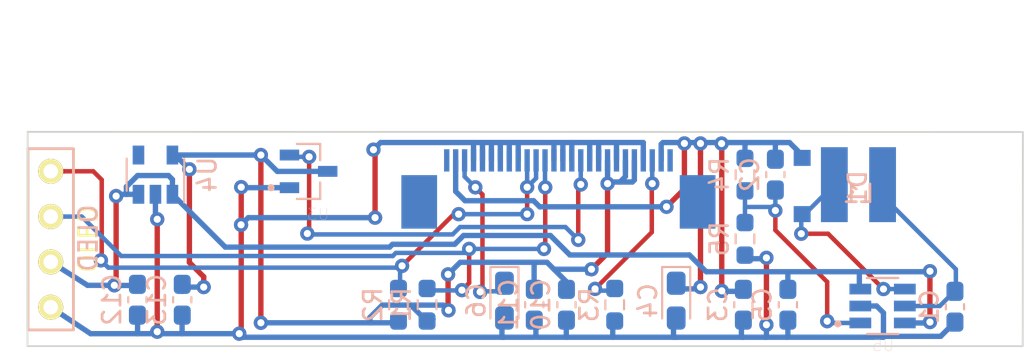
<source format=kicad_pcb>
(kicad_pcb (version 20171130) (host pcbnew "(5.1.9)-1")

  (general
    (thickness 1.6)
    (drawings 6)
    (tracks 354)
    (zones 0)
    (modules 22)
    (nets 16)
  )

  (page User 200 102.006)
  (title_block
    (title ankimo)
    (rev 0.1b)
  )

  (layers
    (0 F.Cu signal)
    (31 B.Cu signal)
    (32 B.Adhes user)
    (33 F.Adhes user)
    (34 B.Paste user)
    (35 F.Paste user)
    (36 B.SilkS user)
    (37 F.SilkS user)
    (38 B.Mask user)
    (39 F.Mask user)
    (40 Dwgs.User user)
    (41 Cmts.User user)
    (42 Eco1.User user)
    (43 Eco2.User user)
    (44 Edge.Cuts user)
    (45 Margin user)
    (46 B.CrtYd user)
    (47 F.CrtYd user)
    (48 B.Fab user hide)
    (49 F.Fab user)
  )

  (setup
    (last_trace_width 0.25)
    (trace_clearance 0.2)
    (zone_clearance 0.508)
    (zone_45_only no)
    (trace_min 0.2)
    (via_size 0.8)
    (via_drill 0.4)
    (via_min_size 0.4)
    (via_min_drill 0.3)
    (uvia_size 0.3)
    (uvia_drill 0.1)
    (uvias_allowed no)
    (uvia_min_size 0.2)
    (uvia_min_drill 0.1)
    (edge_width 0.05)
    (segment_width 0.2)
    (pcb_text_width 0.3)
    (pcb_text_size 1.5 1.5)
    (mod_edge_width 0.12)
    (mod_text_size 1 1)
    (mod_text_width 0.15)
    (pad_size 1.7 1.7)
    (pad_drill 1)
    (pad_to_mask_clearance 0)
    (aux_axis_origin 0 0)
    (visible_elements 7FFFFFFF)
    (pcbplotparams
      (layerselection 0x013fc_ffffffff)
      (usegerberextensions false)
      (usegerberattributes true)
      (usegerberadvancedattributes true)
      (creategerberjobfile true)
      (excludeedgelayer true)
      (linewidth 0.100000)
      (plotframeref false)
      (viasonmask false)
      (mode 1)
      (useauxorigin false)
      (hpglpennumber 1)
      (hpglpenspeed 20)
      (hpglpendiameter 15.000000)
      (psnegative false)
      (psa4output false)
      (plotreference true)
      (plotvalue true)
      (plotinvisibletext false)
      (padsonsilk false)
      (subtractmaskfromsilk false)
      (outputformat 1)
      (mirror false)
      (drillshape 0)
      (scaleselection 1)
      (outputdirectory "gbr/"))
  )

  (net 0 "")
  (net 1 GND)
  (net 2 +12V)
  (net 3 +5V)
  (net 4 +3V3)
  (net 5 "Net-(D1-Pad2)")
  (net 6 SCL)
  (net 7 SDA)
  (net 8 "Net-(R3-Pad1)")
  (net 9 "Net-(U2-Pad26)")
  (net 10 RES#)
  (net 11 "Net-(U2-Pad1)")
  (net 12 "Net-(U4-Pad4)")
  (net 13 "Net-(C1-Pad1)")
  (net 14 "Net-(C2-Pad2)")
  (net 15 "Net-(C6-Pad1)")

  (net_class Default "This is the default net class."
    (clearance 0.2)
    (trace_width 0.25)
    (via_dia 0.8)
    (via_drill 0.4)
    (uvia_dia 0.3)
    (uvia_drill 0.1)
    (add_net "Net-(C1-Pad1)")
    (add_net "Net-(C2-Pad2)")
    (add_net "Net-(C6-Pad1)")
    (add_net "Net-(D1-Pad2)")
    (add_net "Net-(R3-Pad1)")
    (add_net "Net-(U2-Pad1)")
    (add_net "Net-(U2-Pad26)")
    (add_net "Net-(U4-Pad4)")
    (add_net RES#)
    (add_net SCL)
    (add_net SDA)
  )

  (net_class Power ""
    (clearance 0.2)
    (trace_width 0.3)
    (via_dia 0.8)
    (via_drill 0.4)
    (uvia_dia 0.3)
    (uvia_drill 0.1)
    (add_net +12V)
    (add_net +3V3)
    (add_net +5V)
    (add_net GND)
  )

  (module kbd:OLED (layer F.Cu) (tedit 5B986A9C) (tstamp 60A88C9B)
    (at 69.35 29.9 270)
    (descr "Connecteur 6 pins")
    (tags "CONN DEV")
    (path /603A3D28)
    (fp_text reference Jee (at 3.7 2.1 270) (layer F.Fab)
      (effects (font (size 0.8128 0.8128) (thickness 0.15)))
    )
    (fp_text value Conn_01x04 (at 3.6 3.3 90) (layer F.SilkS) hide
      (effects (font (size 0.8128 0.8128) (thickness 0.15)))
    )
    (fp_line (start -1.27 -1.27) (end 8.89 -1.27) (layer B.SilkS) (width 0.15))
    (fp_line (start 8.89 -1.27) (end 8.89 1.27) (layer B.SilkS) (width 0.15))
    (fp_line (start 8.89 1.27) (end -1.27 1.27) (layer B.SilkS) (width 0.15))
    (fp_line (start -1.27 1.27) (end -1.27 -1.27) (layer B.SilkS) (width 0.15))
    (fp_line (start -1.27 1.27) (end 8.89 1.27) (layer F.SilkS) (width 0.15))
    (fp_line (start -1.27 -1.27) (end 8.89 -1.27) (layer F.SilkS) (width 0.15))
    (fp_line (start 8.89 -1.27) (end 8.89 1.27) (layer F.SilkS) (width 0.15))
    (fp_line (start -1.27 1.27) (end -1.27 -1.27) (layer F.SilkS) (width 0.15))
    (fp_text user OLED (at 3.75 -2.1 90) (layer B.SilkS)
      (effects (font (size 1 1) (thickness 0.15)) (justify mirror))
    )
    (fp_text user OLED (at 3.8 -2.1 90) (layer F.SilkS)
      (effects (font (size 1 1) (thickness 0.15)))
    )
    (pad 4 thru_hole circle (at 7.62 0 270) (size 1.397 1.397) (drill 0.8128) (layers *.Cu *.Mask F.SilkS)
      (net 1 GND))
    (pad 3 thru_hole circle (at 5.08 0 270) (size 1.397 1.397) (drill 0.8128) (layers *.Cu *.Mask F.SilkS)
      (net 3 +5V))
    (pad 2 thru_hole circle (at 2.54 0 270) (size 1.397 1.397) (drill 0.8128) (layers *.Cu *.Mask F.SilkS)
      (net 6 SCL))
    (pad 1 thru_hole circle (at 0 0 270) (size 1.397 1.397) (drill 0.8128) (layers *.Cu *.Mask F.SilkS)
      (net 7 SDA))
  )

  (module onigaku:APX803S-SA-SOT91P240X110-3N (layer B.Cu) (tedit 6041D2F3) (tstamp 603C96C0)
    (at 83.78 29.905)
    (path /60427EE4)
    (fp_text reference U3 (at 0.532 2.4064) (layer B.SilkS)
      (effects (font (size 0.64 0.64) (thickness 0.015)) (justify mirror))
    )
    (fp_text value APX803S (at 5.0024 -2.4064) (layer B.Fab)
      (effects (font (size 0.64 0.64) (thickness 0.015)) (justify mirror))
    )
    (fp_circle (center -2.1 0.915) (end -2 0.915) (layer B.Fab) (width 0.2))
    (fp_circle (center -2.1 0.915) (end -2 0.915) (layer B.SilkS) (width 0.2))
    (fp_line (start 1.865 -1.7) (end 1.865 1.7) (layer B.CrtYd) (width 0.05))
    (fp_line (start -1.865 -1.7) (end -1.865 1.7) (layer B.CrtYd) (width 0.05))
    (fp_line (start 1.865 -1.7) (end -1.865 -1.7) (layer B.CrtYd) (width 0.05))
    (fp_line (start -1.865 1.7) (end 1.865 1.7) (layer B.CrtYd) (width 0.05))
    (fp_line (start 0.65 -1.54) (end 0.65 -0.625) (layer B.SilkS) (width 0.127))
    (fp_line (start 0.65 1.54) (end 0.65 0.625) (layer B.SilkS) (width 0.127))
    (fp_line (start -0.65 -1.54) (end 0.65 -1.54) (layer B.SilkS) (width 0.127))
    (fp_line (start -0.65 1.54) (end 0.65 1.54) (layer B.SilkS) (width 0.127))
    (fp_line (start 0.65 -1.45) (end -0.65 -1.45) (layer B.Fab) (width 0.127))
    (fp_line (start 0.65 1.45) (end 0.65 -1.45) (layer B.Fab) (width 0.127))
    (fp_line (start -0.65 1.45) (end 0.65 1.45) (layer B.Fab) (width 0.127))
    (fp_line (start -0.65 -1.45) (end -0.65 1.45) (layer B.Fab) (width 0.127))
    (pad 2 smd rect (at -1.07 -0.915) (size 1.09 0.61) (layers B.Cu B.Paste B.Mask)
      (net 10 RES#))
    (pad 3 smd rect (at 1.07 0) (size 1.09 0.61) (layers B.Cu B.Paste B.Mask)
      (net 4 +3V3))
    (pad 1 smd rect (at -1.07 0.915) (size 1.09 0.61) (layers B.Cu B.Paste B.Mask)
      (net 1 GND))
  )

  (module Capacitor_Tantalum_SMD:CP_EIA-2012-15_AVX-P_Pad1.30x1.05mm_HandSolder (layer B.Cu) (tedit 5EBA9318) (tstamp 6041CFE8)
    (at 94.74 37.15 270)
    (descr "Tantalum Capacitor SMD AVX-P (2012-15 Metric), IPC_7351 nominal, (Body size from: https://www.vishay.com/docs/40182/tmch.pdf), generated with kicad-footprint-generator")
    (tags "capacitor tantalum")
    (path /6042E588)
    (attr smd)
    (fp_text reference C6 (at 0 1.58 90) (layer B.SilkS)
      (effects (font (size 1 1) (thickness 0.15)) (justify mirror))
    )
    (fp_text value 4.7uF (at 0 -1.58 90) (layer B.Fab)
      (effects (font (size 1 1) (thickness 0.15)) (justify mirror))
    )
    (fp_line (start 1.88 -0.88) (end -1.88 -0.88) (layer B.CrtYd) (width 0.05))
    (fp_line (start 1.88 0.88) (end 1.88 -0.88) (layer B.CrtYd) (width 0.05))
    (fp_line (start -1.88 0.88) (end 1.88 0.88) (layer B.CrtYd) (width 0.05))
    (fp_line (start -1.88 -0.88) (end -1.88 0.88) (layer B.CrtYd) (width 0.05))
    (fp_line (start -1.885 -0.785) (end 1 -0.785) (layer B.SilkS) (width 0.12))
    (fp_line (start -1.885 0.785) (end -1.885 -0.785) (layer B.SilkS) (width 0.12))
    (fp_line (start 1 0.785) (end -1.885 0.785) (layer B.SilkS) (width 0.12))
    (fp_line (start 1 -0.625) (end 1 0.625) (layer B.Fab) (width 0.1))
    (fp_line (start -1 -0.625) (end 1 -0.625) (layer B.Fab) (width 0.1))
    (fp_line (start -1 0.3125) (end -1 -0.625) (layer B.Fab) (width 0.1))
    (fp_line (start -0.6875 0.625) (end -1 0.3125) (layer B.Fab) (width 0.1))
    (fp_line (start 1 0.625) (end -0.6875 0.625) (layer B.Fab) (width 0.1))
    (fp_text user %R (at 0 0 90) (layer B.Fab)
      (effects (font (size 0.5 0.5) (thickness 0.08)) (justify mirror))
    )
    (pad 2 smd roundrect (at 0.975 0 270) (size 1.3 1.05) (layers B.Cu B.Paste B.Mask) (roundrect_rratio 0.238095)
      (net 1 GND))
    (pad 1 smd roundrect (at -0.975 0 270) (size 1.3 1.05) (layers B.Cu B.Paste B.Mask) (roundrect_rratio 0.238095)
      (net 15 "Net-(C6-Pad1)"))
    (model ${KISYS3DMOD}/Capacitor_Tantalum_SMD.3dshapes/CP_EIA-2012-15_AVX-P.wrl
      (at (xyz 0 0 0))
      (scale (xyz 1 1 1))
      (rotate (xyz 0 0 0))
    )
  )

  (module Capacitor_Tantalum_SMD:CP_EIA-2012-15_AVX-P_Pad1.30x1.05mm_HandSolder (layer B.Cu) (tedit 5EBA9318) (tstamp 6041CFB5)
    (at 104.35 37.15 270)
    (descr "Tantalum Capacitor SMD AVX-P (2012-15 Metric), IPC_7351 nominal, (Body size from: https://www.vishay.com/docs/40182/tmch.pdf), generated with kicad-footprint-generator")
    (tags "capacitor tantalum")
    (path /6042D7BF)
    (attr smd)
    (fp_text reference C4 (at 0 1.58 90) (layer B.SilkS)
      (effects (font (size 1 1) (thickness 0.15)) (justify mirror))
    )
    (fp_text value 4.7uF (at 0 -1.58 90) (layer B.Fab)
      (effects (font (size 1 1) (thickness 0.15)) (justify mirror))
    )
    (fp_line (start 1.88 -0.88) (end -1.88 -0.88) (layer B.CrtYd) (width 0.05))
    (fp_line (start 1.88 0.88) (end 1.88 -0.88) (layer B.CrtYd) (width 0.05))
    (fp_line (start -1.88 0.88) (end 1.88 0.88) (layer B.CrtYd) (width 0.05))
    (fp_line (start -1.88 -0.88) (end -1.88 0.88) (layer B.CrtYd) (width 0.05))
    (fp_line (start -1.885 -0.785) (end 1 -0.785) (layer B.SilkS) (width 0.12))
    (fp_line (start -1.885 0.785) (end -1.885 -0.785) (layer B.SilkS) (width 0.12))
    (fp_line (start 1 0.785) (end -1.885 0.785) (layer B.SilkS) (width 0.12))
    (fp_line (start 1 -0.625) (end 1 0.625) (layer B.Fab) (width 0.1))
    (fp_line (start -1 -0.625) (end 1 -0.625) (layer B.Fab) (width 0.1))
    (fp_line (start -1 0.3125) (end -1 -0.625) (layer B.Fab) (width 0.1))
    (fp_line (start -0.6875 0.625) (end -1 0.3125) (layer B.Fab) (width 0.1))
    (fp_line (start 1 0.625) (end -0.6875 0.625) (layer B.Fab) (width 0.1))
    (fp_text user %R (at 0 0 90) (layer B.Fab)
      (effects (font (size 0.5 0.5) (thickness 0.08)) (justify mirror))
    )
    (pad 2 smd roundrect (at 0.975 0 270) (size 1.3 1.05) (layers B.Cu B.Paste B.Mask) (roundrect_rratio 0.238095)
      (net 1 GND))
    (pad 1 smd roundrect (at -0.975 0 270) (size 1.3 1.05) (layers B.Cu B.Paste B.Mask) (roundrect_rratio 0.238095)
      (net 2 +12V))
    (model ${KISYS3DMOD}/Capacitor_Tantalum_SMD.3dshapes/CP_EIA-2012-15_AVX-P.wrl
      (at (xyz 0 0 0))
      (scale (xyz 1 1 1))
      (rotate (xyz 0 0 0))
    )
  )

  (module onigaku:MAX8570EUT+SOT95P280X145-6N (layer B.Cu) (tedit 603F3861) (tstamp 6040BF4F)
    (at 115.9 37.45)
    (path /60412010)
    (fp_text reference U5 (at 0.032 2.2064) (layer B.SilkS)
      (effects (font (size 0.64 0.64) (thickness 0.015)) (justify mirror))
    )
    (fp_text value MAX8570EUT (at 4.5024 -2.1936) (layer B.Fab)
      (effects (font (size 0.64 0.64) (thickness 0.015)) (justify mirror))
    )
    (fp_line (start -0.88 -1.5) (end -0.88 1.5) (layer B.Fab) (width 0.127))
    (fp_line (start -0.88 1.5) (end 0.88 1.5) (layer B.Fab) (width 0.127))
    (fp_line (start 0.88 1.5) (end 0.88 -1.5) (layer B.Fab) (width 0.127))
    (fp_line (start 0.88 -1.5) (end -0.88 -1.5) (layer B.Fab) (width 0.127))
    (fp_line (start -0.88 1.57) (end 0.88 1.57) (layer B.SilkS) (width 0.127))
    (fp_line (start -0.88 -1.57) (end 0.88 -1.57) (layer B.SilkS) (width 0.127))
    (fp_line (start -2.11 1.5) (end -1.13 1.5) (layer B.CrtYd) (width 0.05))
    (fp_line (start -1.13 1.5) (end -1.13 1.75) (layer B.CrtYd) (width 0.05))
    (fp_line (start -1.13 1.75) (end 1.13 1.75) (layer B.CrtYd) (width 0.05))
    (fp_line (start 1.13 1.75) (end 1.13 1.5) (layer B.CrtYd) (width 0.05))
    (fp_line (start 1.13 1.5) (end 2.11 1.5) (layer B.CrtYd) (width 0.05))
    (fp_line (start 2.11 -1.5) (end 1.13 -1.5) (layer B.CrtYd) (width 0.05))
    (fp_line (start 1.13 -1.5) (end 1.13 -1.75) (layer B.CrtYd) (width 0.05))
    (fp_line (start 1.13 -1.75) (end -1.13 -1.75) (layer B.CrtYd) (width 0.05))
    (fp_line (start -1.13 -1.75) (end -1.13 -1.5) (layer B.CrtYd) (width 0.05))
    (fp_line (start -1.13 -1.5) (end -2.11 -1.5) (layer B.CrtYd) (width 0.05))
    (fp_line (start -2.11 1.5) (end -2.11 -1.5) (layer B.CrtYd) (width 0.05))
    (fp_line (start 2.11 -1.5) (end 2.11 1.5) (layer B.CrtYd) (width 0.05))
    (fp_circle (center -2.5 1) (end -2.4 1) (layer B.SilkS) (width 0.2))
    (fp_circle (center -2.5 1) (end -2.4 1) (layer B.Fab) (width 0.2))
    (pad 6 smd rect (at 1.245 0.95) (size 1.22 0.6) (layers B.Cu B.Paste B.Mask)
      (net 3 +5V))
    (pad 5 smd rect (at 1.245 0) (size 1.22 0.6) (layers B.Cu B.Paste B.Mask)
      (net 13 "Net-(C1-Pad1)"))
    (pad 4 smd rect (at 1.245 -0.95) (size 1.22 0.6) (layers B.Cu B.Paste B.Mask)
      (net 5 "Net-(D1-Pad2)"))
    (pad 3 smd rect (at -1.245 -0.95) (size 1.22 0.6) (layers B.Cu B.Paste B.Mask)
      (net 3 +5V))
    (pad 2 smd rect (at -1.245 0) (size 1.22 0.6) (layers B.Cu B.Paste B.Mask)
      (net 1 GND))
    (pad 1 smd rect (at -1.245 0.95) (size 1.22 0.6) (layers B.Cu B.Paste B.Mask)
      (net 14 "Net-(C2-Pad2)"))
  )

  (module Resistor_SMD:R_0603_1608Metric_Pad0.98x0.95mm_HandSolder (layer B.Cu) (tedit 5F68FEEE) (tstamp 6040A6D4)
    (at 108.2 33.6875 270)
    (descr "Resistor SMD 0603 (1608 Metric), square (rectangular) end terminal, IPC_7351 nominal with elongated pad for handsoldering. (Body size source: IPC-SM-782 page 72, https://www.pcb-3d.com/wordpress/wp-content/uploads/ipc-sm-782a_amendment_1_and_2.pdf), generated with kicad-footprint-generator")
    (tags "resistor handsolder")
    (path /605EA07C)
    (attr smd)
    (fp_text reference R5 (at 0 1.43 270) (layer B.SilkS)
      (effects (font (size 1 1) (thickness 0.15)) (justify mirror))
    )
    (fp_text value 10k (at 0 -1.43 270) (layer B.Fab)
      (effects (font (size 1 1) (thickness 0.15)) (justify mirror))
    )
    (fp_line (start -0.8 -0.4125) (end -0.8 0.4125) (layer B.Fab) (width 0.1))
    (fp_line (start -0.8 0.4125) (end 0.8 0.4125) (layer B.Fab) (width 0.1))
    (fp_line (start 0.8 0.4125) (end 0.8 -0.4125) (layer B.Fab) (width 0.1))
    (fp_line (start 0.8 -0.4125) (end -0.8 -0.4125) (layer B.Fab) (width 0.1))
    (fp_line (start -0.254724 0.5225) (end 0.254724 0.5225) (layer B.SilkS) (width 0.12))
    (fp_line (start -0.254724 -0.5225) (end 0.254724 -0.5225) (layer B.SilkS) (width 0.12))
    (fp_line (start -1.65 -0.73) (end -1.65 0.73) (layer B.CrtYd) (width 0.05))
    (fp_line (start -1.65 0.73) (end 1.65 0.73) (layer B.CrtYd) (width 0.05))
    (fp_line (start 1.65 0.73) (end 1.65 -0.73) (layer B.CrtYd) (width 0.05))
    (fp_line (start 1.65 -0.73) (end -1.65 -0.73) (layer B.CrtYd) (width 0.05))
    (fp_text user %R (at 0 0 270) (layer B.Fab)
      (effects (font (size 0.4 0.4) (thickness 0.06)) (justify mirror))
    )
    (pad 2 smd roundrect (at 0.9125 0 270) (size 0.975 0.95) (layers B.Cu B.Paste B.Mask) (roundrect_rratio 0.25)
      (net 1 GND))
    (pad 1 smd roundrect (at -0.9125 0 270) (size 0.975 0.95) (layers B.Cu B.Paste B.Mask) (roundrect_rratio 0.25)
      (net 14 "Net-(C2-Pad2)"))
    (model ${KISYS3DMOD}/Resistor_SMD.3dshapes/R_0603_1608Metric.wrl
      (at (xyz 0 0 0))
      (scale (xyz 1 1 1))
      (rotate (xyz 0 0 0))
    )
  )

  (module Resistor_SMD:R_0603_1608Metric_Pad0.98x0.95mm_HandSolder (layer B.Cu) (tedit 5F68FEEE) (tstamp 6040A6C3)
    (at 108.2 30.0875 270)
    (descr "Resistor SMD 0603 (1608 Metric), square (rectangular) end terminal, IPC_7351 nominal with elongated pad for handsoldering. (Body size source: IPC-SM-782 page 72, https://www.pcb-3d.com/wordpress/wp-content/uploads/ipc-sm-782a_amendment_1_and_2.pdf), generated with kicad-footprint-generator")
    (tags "resistor handsolder")
    (path /605E96BA)
    (attr smd)
    (fp_text reference R4 (at 0 1.43 90) (layer B.SilkS)
      (effects (font (size 1 1) (thickness 0.15)) (justify mirror))
    )
    (fp_text value 82k (at 0 -1.43 90) (layer B.Fab)
      (effects (font (size 1 1) (thickness 0.15)) (justify mirror))
    )
    (fp_line (start -0.8 -0.4125) (end -0.8 0.4125) (layer B.Fab) (width 0.1))
    (fp_line (start -0.8 0.4125) (end 0.8 0.4125) (layer B.Fab) (width 0.1))
    (fp_line (start 0.8 0.4125) (end 0.8 -0.4125) (layer B.Fab) (width 0.1))
    (fp_line (start 0.8 -0.4125) (end -0.8 -0.4125) (layer B.Fab) (width 0.1))
    (fp_line (start -0.254724 0.5225) (end 0.254724 0.5225) (layer B.SilkS) (width 0.12))
    (fp_line (start -0.254724 -0.5225) (end 0.254724 -0.5225) (layer B.SilkS) (width 0.12))
    (fp_line (start -1.65 -0.73) (end -1.65 0.73) (layer B.CrtYd) (width 0.05))
    (fp_line (start -1.65 0.73) (end 1.65 0.73) (layer B.CrtYd) (width 0.05))
    (fp_line (start 1.65 0.73) (end 1.65 -0.73) (layer B.CrtYd) (width 0.05))
    (fp_line (start 1.65 -0.73) (end -1.65 -0.73) (layer B.CrtYd) (width 0.05))
    (fp_text user %R (at 0 0 90) (layer B.Fab)
      (effects (font (size 0.4 0.4) (thickness 0.06)) (justify mirror))
    )
    (pad 2 smd roundrect (at 0.9125 0 270) (size 0.975 0.95) (layers B.Cu B.Paste B.Mask) (roundrect_rratio 0.25)
      (net 14 "Net-(C2-Pad2)"))
    (pad 1 smd roundrect (at -0.9125 0 270) (size 0.975 0.95) (layers B.Cu B.Paste B.Mask) (roundrect_rratio 0.25)
      (net 2 +12V))
    (model ${KISYS3DMOD}/Resistor_SMD.3dshapes/R_0603_1608Metric.wrl
      (at (xyz 0 0 0))
      (scale (xyz 1 1 1))
      (rotate (xyz 0 0 0))
    )
  )

  (module onigaku:B0520LW (layer B.Cu) (tedit 603F262F) (tstamp 603E236B)
    (at 111.4 30.725 270)
    (path /603F8532)
    (fp_text reference D1 (at 0.1 -3.1 90) (layer B.SilkS)
      (effects (font (size 1 1) (thickness 0.15)) (justify mirror))
    )
    (fp_text value ‎B0520LW-7-F‎ (at 0 2.1 90) (layer B.Fab)
      (effects (font (size 1 1) (thickness 0.15)) (justify mirror))
    )
    (fp_line (start 0 0) (end 1 0) (layer Dwgs.User) (width 0.12))
    (fp_line (start -1 0) (end 0 0) (layer Dwgs.User) (width 0.12))
    (fp_line (start 0 -0.6) (end -1 0) (layer Dwgs.User) (width 0.12))
    (fp_line (start 0 0.6) (end 0 -0.6) (layer Dwgs.User) (width 0.12))
    (fp_line (start -1 0) (end 0 0.6) (layer Dwgs.User) (width 0.12))
    (fp_line (start -1 0.6) (end -1 -0.6) (layer Dwgs.User) (width 0.12))
    (pad 2 smd rect (at 1.575 0 270) (size 0.9 0.95) (layers B.Cu B.Paste B.Mask)
      (net 5 "Net-(D1-Pad2)"))
    (pad 1 smd rect (at -1.575 0 270) (size 0.9 0.95) (layers B.Cu B.Paste B.Mask)
      (net 2 +12V))
  )

  (module Capacitor_SMD:C_0603_1608Metric_Pad1.08x0.95mm_HandSolder (layer B.Cu) (tedit 5F68FEEF) (tstamp 603E576E)
    (at 76.71 37.1 270)
    (descr "Capacitor SMD 0603 (1608 Metric), square (rectangular) end terminal, IPC_7351 nominal with elongated pad for handsoldering. (Body size source: IPC-SM-782 page 76, https://www.pcb-3d.com/wordpress/wp-content/uploads/ipc-sm-782a_amendment_1_and_2.pdf), generated with kicad-footprint-generator")
    (tags "capacitor handsolder")
    (path /603F5130)
    (attr smd)
    (fp_text reference C13 (at 0 1.43 270) (layer B.SilkS)
      (effects (font (size 1 1) (thickness 0.15)) (justify mirror))
    )
    (fp_text value 10uF (at 0 -1.43 270) (layer B.Fab)
      (effects (font (size 1 1) (thickness 0.15)) (justify mirror))
    )
    (fp_line (start -0.8 -0.4) (end -0.8 0.4) (layer B.Fab) (width 0.1))
    (fp_line (start -0.8 0.4) (end 0.8 0.4) (layer B.Fab) (width 0.1))
    (fp_line (start 0.8 0.4) (end 0.8 -0.4) (layer B.Fab) (width 0.1))
    (fp_line (start 0.8 -0.4) (end -0.8 -0.4) (layer B.Fab) (width 0.1))
    (fp_line (start -0.146267 0.51) (end 0.146267 0.51) (layer B.SilkS) (width 0.12))
    (fp_line (start -0.146267 -0.51) (end 0.146267 -0.51) (layer B.SilkS) (width 0.12))
    (fp_line (start -1.65 -0.73) (end -1.65 0.73) (layer B.CrtYd) (width 0.05))
    (fp_line (start -1.65 0.73) (end 1.65 0.73) (layer B.CrtYd) (width 0.05))
    (fp_line (start 1.65 0.73) (end 1.65 -0.73) (layer B.CrtYd) (width 0.05))
    (fp_line (start 1.65 -0.73) (end -1.65 -0.73) (layer B.CrtYd) (width 0.05))
    (fp_text user %R (at 0 0 270) (layer B.Fab)
      (effects (font (size 0.4 0.4) (thickness 0.06)) (justify mirror))
    )
    (pad 2 smd roundrect (at 0.8625 0 270) (size 1.075 0.95) (layers B.Cu B.Paste B.Mask) (roundrect_rratio 0.25)
      (net 1 GND))
    (pad 1 smd roundrect (at -0.8625 0 270) (size 1.075 0.95) (layers B.Cu B.Paste B.Mask) (roundrect_rratio 0.25)
      (net 4 +3V3))
    (model ${KISYS3DMOD}/Capacitor_SMD.3dshapes/C_0603_1608Metric.wrl
      (at (xyz 0 0 0))
      (scale (xyz 1 1 1))
      (rotate (xyz 0 0 0))
    )
  )

  (module Package_TO_SOT_SMD:SOT-23-5 (layer B.Cu) (tedit 5A02FF57) (tstamp 603CF795)
    (at 75.21 30.09 90)
    (descr "5-pin SOT23 package")
    (tags SOT-23-5)
    (path /603D9131)
    (attr smd)
    (fp_text reference U4 (at 0 2.9 270) (layer B.SilkS)
      (effects (font (size 1 1) (thickness 0.15)) (justify mirror))
    )
    (fp_text value AP2112K-3.3 (at 0 -2.9 270) (layer B.Fab)
      (effects (font (size 1 1) (thickness 0.15)) (justify mirror))
    )
    (fp_line (start -0.9 -1.61) (end 0.9 -1.61) (layer B.SilkS) (width 0.12))
    (fp_line (start 0.9 1.61) (end -1.55 1.61) (layer B.SilkS) (width 0.12))
    (fp_line (start -1.9 1.8) (end 1.9 1.8) (layer B.CrtYd) (width 0.05))
    (fp_line (start 1.9 1.8) (end 1.9 -1.8) (layer B.CrtYd) (width 0.05))
    (fp_line (start 1.9 -1.8) (end -1.9 -1.8) (layer B.CrtYd) (width 0.05))
    (fp_line (start -1.9 -1.8) (end -1.9 1.8) (layer B.CrtYd) (width 0.05))
    (fp_line (start -0.9 0.9) (end -0.25 1.55) (layer B.Fab) (width 0.1))
    (fp_line (start 0.9 1.55) (end -0.25 1.55) (layer B.Fab) (width 0.1))
    (fp_line (start -0.9 0.9) (end -0.9 -1.55) (layer B.Fab) (width 0.1))
    (fp_line (start 0.9 -1.55) (end -0.9 -1.55) (layer B.Fab) (width 0.1))
    (fp_line (start 0.9 1.55) (end 0.9 -1.55) (layer B.Fab) (width 0.1))
    (fp_text user %R (at 0 0) (layer B.Fab)
      (effects (font (size 0.5 0.5) (thickness 0.075)) (justify mirror))
    )
    (pad 5 smd rect (at 1.1 0.95 90) (size 1.06 0.65) (layers B.Cu B.Paste B.Mask)
      (net 4 +3V3))
    (pad 4 smd rect (at 1.1 -0.95 90) (size 1.06 0.65) (layers B.Cu B.Paste B.Mask)
      (net 12 "Net-(U4-Pad4)"))
    (pad 3 smd rect (at -1.1 -0.95 90) (size 1.06 0.65) (layers B.Cu B.Paste B.Mask)
      (net 3 +5V))
    (pad 2 smd rect (at -1.1 0 90) (size 1.06 0.65) (layers B.Cu B.Paste B.Mask)
      (net 1 GND))
    (pad 1 smd rect (at -1.1 0.95 90) (size 1.06 0.65) (layers B.Cu B.Paste B.Mask)
      (net 3 +5V))
    (model ${KISYS3DMOD}/Package_TO_SOT_SMD.3dshapes/SOT-23-5.wrl
      (at (xyz 0 0 0))
      (scale (xyz 1 1 1))
      (rotate (xyz 0 0 0))
    )
  )

  (module onigaku:ER-CON26HT-1 (layer B.Cu) (tedit 603B286E) (tstamp 603CDDB8)
    (at 97.76 29.29 180)
    (path /6041DBF3)
    (fp_text reference U2 (at -1.3 4.2) (layer B.SilkS) hide
      (effects (font (size 1.524 1.524) (thickness 0.3)) (justify mirror))
    )
    (fp_text value ER-OLED018-1 (at 5.3 4.1) (layer B.SilkS) hide
      (effects (font (size 1.524 1.524) (thickness 0.3)) (justify mirror))
    )
    (pad 25 smd rect (at -5.75 0) (size 0.3 1.25) (layers B.Cu B.Paste B.Mask)
      (net 2 +12V))
    (pad 26 smd rect (at -6.25 0) (size 0.3 1.25) (layers B.Cu B.Paste B.Mask)
      (net 9 "Net-(U2-Pad26)"))
    (pad 23 smd rect (at -4.75 0) (size 0.3 1.25) (layers B.Cu B.Paste B.Mask)
      (net 1 GND))
    (pad 24 smd rect (at -5.25 0) (size 0.3 1.25) (layers B.Cu B.Paste B.Mask)
      (net 8 "Net-(R3-Pad1)"))
    (pad 21 smd rect (at -3.75 0) (size 0.3 1.25) (layers B.Cu B.Paste B.Mask)
      (net 4 +3V3))
    (pad 22 smd rect (at -4.25 0) (size 0.3 1.25) (layers B.Cu B.Paste B.Mask)
      (net 4 +3V3))
    (pad 19 smd rect (at -2.75 0) (size 0.3 1.25) (layers B.Cu B.Paste B.Mask)
      (net 4 +3V3))
    (pad 20 smd rect (at -3.25 0) (size 0.3 1.25) (layers B.Cu B.Paste B.Mask)
      (net 1 GND))
    (pad 17 smd rect (at -1.75 0) (size 0.3 1.25) (layers B.Cu B.Paste B.Mask)
      (net 1 GND))
    (pad 18 smd rect (at -2.25 0) (size 0.3 1.25) (layers B.Cu B.Paste B.Mask)
      (net 1 GND))
    (pad 15 smd rect (at -0.75 0) (size 0.3 1.25) (layers B.Cu B.Paste B.Mask)
      (net 1 GND))
    (pad 16 smd rect (at -1.25 0) (size 0.3 1.25) (layers B.Cu B.Paste B.Mask)
      (net 10 RES#))
    (pad 13 smd rect (at 0.25 0) (size 0.3 1.25) (layers B.Cu B.Paste B.Mask)
      (net 1 GND))
    (pad 14 smd rect (at -0.25 0) (size 0.3 1.25) (layers B.Cu B.Paste B.Mask)
      (net 1 GND))
    (pad 11 smd rect (at 1.25 0) (size 0.3 1.25) (layers B.Cu B.Paste B.Mask)
      (net 7 SDA))
    (pad 12 smd rect (at 0.75 0) (size 0.3 1.25) (layers B.Cu B.Paste B.Mask)
      (net 6 SCL))
    (pad 9 smd rect (at 2.25 0) (size 0.3 1.25) (layers B.Cu B.Paste B.Mask)
      (net 1 GND))
    (pad 10 smd rect (at 1.75 0) (size 0.3 1.25) (layers B.Cu B.Paste B.Mask)
      (net 7 SDA))
    (pad 7 smd rect (at 3.25 0) (size 0.3 1.25) (layers B.Cu B.Paste B.Mask)
      (net 1 GND))
    (pad 8 smd rect (at 2.75 0) (size 0.3 1.25) (layers B.Cu B.Paste B.Mask)
      (net 1 GND))
    (pad 5 smd rect (at 4.25 0) (size 0.3 1.25) (layers B.Cu B.Paste B.Mask)
      (net 1 GND))
    (pad 6 smd rect (at 3.75 0) (size 0.3 1.25) (layers B.Cu B.Paste B.Mask)
      (net 1 GND))
    (pad 3 smd rect (at 5.25 0) (size 0.3 1.25) (layers B.Cu B.Paste B.Mask)
      (net 15 "Net-(C6-Pad1)"))
    (pad 4 smd rect (at 4.75 0) (size 0.3 1.25) (layers B.Cu B.Paste B.Mask)
      (net 1 GND))
    (pad 1 smd rect (at 6.25 0) (size 0.3 1.25) (layers B.Cu B.Paste B.Mask)
      (net 11 "Net-(U2-Pad1)"))
    (pad 2 smd rect (at 5.75 0) (size 0.3 1.25) (layers B.Cu B.Paste B.Mask)
      (net 2 +12V))
    (pad "" smd rect (at 7.79 -2.325 180) (size 2 3) (layers B.Cu B.Paste B.Mask))
    (pad "" smd rect (at -7.79 -2.325 180) (size 2 3) (layers B.Cu B.Paste B.Mask))
  )

  (module Resistor_SMD:R_0603_1608Metric_Pad0.98x0.95mm_HandSolder (layer B.Cu) (tedit 5F68FEEE) (tstamp 603D06E9)
    (at 100.91 37.38 270)
    (descr "Resistor SMD 0603 (1608 Metric), square (rectangular) end terminal, IPC_7351 nominal with elongated pad for handsoldering. (Body size source: IPC-SM-782 page 72, https://www.pcb-3d.com/wordpress/wp-content/uploads/ipc-sm-782a_amendment_1_and_2.pdf), generated with kicad-footprint-generator")
    (tags "resistor handsolder")
    (path /603C4FAB)
    (attr smd)
    (fp_text reference R3 (at 0 1.43 270) (layer B.SilkS)
      (effects (font (size 1 1) (thickness 0.15)) (justify mirror))
    )
    (fp_text value 680K (at 0 -1.43 270) (layer B.Fab)
      (effects (font (size 1 1) (thickness 0.15)) (justify mirror))
    )
    (fp_line (start -0.8 -0.4125) (end -0.8 0.4125) (layer B.Fab) (width 0.1))
    (fp_line (start -0.8 0.4125) (end 0.8 0.4125) (layer B.Fab) (width 0.1))
    (fp_line (start 0.8 0.4125) (end 0.8 -0.4125) (layer B.Fab) (width 0.1))
    (fp_line (start 0.8 -0.4125) (end -0.8 -0.4125) (layer B.Fab) (width 0.1))
    (fp_line (start -0.254724 0.5225) (end 0.254724 0.5225) (layer B.SilkS) (width 0.12))
    (fp_line (start -0.254724 -0.5225) (end 0.254724 -0.5225) (layer B.SilkS) (width 0.12))
    (fp_line (start -1.65 -0.73) (end -1.65 0.73) (layer B.CrtYd) (width 0.05))
    (fp_line (start -1.65 0.73) (end 1.65 0.73) (layer B.CrtYd) (width 0.05))
    (fp_line (start 1.65 0.73) (end 1.65 -0.73) (layer B.CrtYd) (width 0.05))
    (fp_line (start 1.65 -0.73) (end -1.65 -0.73) (layer B.CrtYd) (width 0.05))
    (fp_text user %R (at 0 0 270) (layer B.Fab)
      (effects (font (size 0.4 0.4) (thickness 0.06)) (justify mirror))
    )
    (pad 2 smd roundrect (at 0.9125 0 270) (size 0.975 0.95) (layers B.Cu B.Paste B.Mask) (roundrect_rratio 0.25)
      (net 1 GND))
    (pad 1 smd roundrect (at -0.9125 0 270) (size 0.975 0.95) (layers B.Cu B.Paste B.Mask) (roundrect_rratio 0.25)
      (net 8 "Net-(R3-Pad1)"))
    (model ${KISYS3DMOD}/Resistor_SMD.3dshapes/R_0603_1608Metric.wrl
      (at (xyz 0 0 0))
      (scale (xyz 1 1 1))
      (rotate (xyz 0 0 0))
    )
  )

  (module Resistor_SMD:R_0603_1608Metric_Pad0.98x0.95mm_HandSolder (layer B.Cu) (tedit 5F68FEEE) (tstamp 603CE57A)
    (at 88.81 37.38 270)
    (descr "Resistor SMD 0603 (1608 Metric), square (rectangular) end terminal, IPC_7351 nominal with elongated pad for handsoldering. (Body size source: IPC-SM-782 page 72, https://www.pcb-3d.com/wordpress/wp-content/uploads/ipc-sm-782a_amendment_1_and_2.pdf), generated with kicad-footprint-generator")
    (tags "resistor handsolder")
    (path /603E8FD0)
    (attr smd)
    (fp_text reference R2 (at 0 1.43 270) (layer B.SilkS)
      (effects (font (size 1 1) (thickness 0.15)) (justify mirror))
    )
    (fp_text value 10K (at 0 -1.43 270) (layer B.Fab)
      (effects (font (size 1 1) (thickness 0.15)) (justify mirror))
    )
    (fp_line (start -0.8 -0.4125) (end -0.8 0.4125) (layer B.Fab) (width 0.1))
    (fp_line (start -0.8 0.4125) (end 0.8 0.4125) (layer B.Fab) (width 0.1))
    (fp_line (start 0.8 0.4125) (end 0.8 -0.4125) (layer B.Fab) (width 0.1))
    (fp_line (start 0.8 -0.4125) (end -0.8 -0.4125) (layer B.Fab) (width 0.1))
    (fp_line (start -0.254724 0.5225) (end 0.254724 0.5225) (layer B.SilkS) (width 0.12))
    (fp_line (start -0.254724 -0.5225) (end 0.254724 -0.5225) (layer B.SilkS) (width 0.12))
    (fp_line (start -1.65 -0.73) (end -1.65 0.73) (layer B.CrtYd) (width 0.05))
    (fp_line (start -1.65 0.73) (end 1.65 0.73) (layer B.CrtYd) (width 0.05))
    (fp_line (start 1.65 0.73) (end 1.65 -0.73) (layer B.CrtYd) (width 0.05))
    (fp_line (start 1.65 -0.73) (end -1.65 -0.73) (layer B.CrtYd) (width 0.05))
    (fp_text user %R (at 0 0 270) (layer B.Fab)
      (effects (font (size 0.4 0.4) (thickness 0.06)) (justify mirror))
    )
    (pad 2 smd roundrect (at 0.9125 0 270) (size 0.975 0.95) (layers B.Cu B.Paste B.Mask) (roundrect_rratio 0.25)
      (net 4 +3V3))
    (pad 1 smd roundrect (at -0.9125 0 270) (size 0.975 0.95) (layers B.Cu B.Paste B.Mask) (roundrect_rratio 0.25)
      (net 7 SDA))
    (model ${KISYS3DMOD}/Resistor_SMD.3dshapes/R_0603_1608Metric.wrl
      (at (xyz 0 0 0))
      (scale (xyz 1 1 1))
      (rotate (xyz 0 0 0))
    )
  )

  (module Resistor_SMD:R_0603_1608Metric_Pad0.98x0.95mm_HandSolder (layer B.Cu) (tedit 5F68FEEE) (tstamp 603CE51A)
    (at 90.41 37.38 270)
    (descr "Resistor SMD 0603 (1608 Metric), square (rectangular) end terminal, IPC_7351 nominal with elongated pad for handsoldering. (Body size source: IPC-SM-782 page 72, https://www.pcb-3d.com/wordpress/wp-content/uploads/ipc-sm-782a_amendment_1_and_2.pdf), generated with kicad-footprint-generator")
    (tags "resistor handsolder")
    (path /603E1B1B)
    (attr smd)
    (fp_text reference R1 (at 0 1.43 270) (layer B.SilkS)
      (effects (font (size 1 1) (thickness 0.15)) (justify mirror))
    )
    (fp_text value 10K (at 0 -1.43 270) (layer B.Fab)
      (effects (font (size 1 1) (thickness 0.15)) (justify mirror))
    )
    (fp_line (start -0.8 -0.4125) (end -0.8 0.4125) (layer B.Fab) (width 0.1))
    (fp_line (start -0.8 0.4125) (end 0.8 0.4125) (layer B.Fab) (width 0.1))
    (fp_line (start 0.8 0.4125) (end 0.8 -0.4125) (layer B.Fab) (width 0.1))
    (fp_line (start 0.8 -0.4125) (end -0.8 -0.4125) (layer B.Fab) (width 0.1))
    (fp_line (start -0.254724 0.5225) (end 0.254724 0.5225) (layer B.SilkS) (width 0.12))
    (fp_line (start -0.254724 -0.5225) (end 0.254724 -0.5225) (layer B.SilkS) (width 0.12))
    (fp_line (start -1.65 -0.73) (end -1.65 0.73) (layer B.CrtYd) (width 0.05))
    (fp_line (start -1.65 0.73) (end 1.65 0.73) (layer B.CrtYd) (width 0.05))
    (fp_line (start 1.65 0.73) (end 1.65 -0.73) (layer B.CrtYd) (width 0.05))
    (fp_line (start 1.65 -0.73) (end -1.65 -0.73) (layer B.CrtYd) (width 0.05))
    (fp_text user %R (at 0 0 270) (layer B.Fab)
      (effects (font (size 0.4 0.4) (thickness 0.06)) (justify mirror))
    )
    (pad 2 smd roundrect (at 0.9125 0 270) (size 0.975 0.95) (layers B.Cu B.Paste B.Mask) (roundrect_rratio 0.25)
      (net 4 +3V3))
    (pad 1 smd roundrect (at -0.9125 0 270) (size 0.975 0.95) (layers B.Cu B.Paste B.Mask) (roundrect_rratio 0.25)
      (net 6 SCL))
    (model ${KISYS3DMOD}/Resistor_SMD.3dshapes/R_0603_1608Metric.wrl
      (at (xyz 0 0 0))
      (scale (xyz 1 1 1))
      (rotate (xyz 0 0 0))
    )
  )

  (module onigaku:SRN4012T-100M (layer B.Cu) (tedit 603C31CA) (tstamp 6040BB05)
    (at 114.55 30.65 180)
    (path /603F35B2)
    (fp_text reference L1 (at 0 -0.5) (layer B.SilkS)
      (effects (font (size 1 1) (thickness 0.15)) (justify mirror))
    )
    (fp_text value SRN4012T-100M (at 0 3.1) (layer B.Fab)
      (effects (font (size 1 1) (thickness 0.15)) (justify mirror))
    )
    (fp_line (start -2 -2) (end -1 -2) (layer Dwgs.User) (width 0.12))
    (fp_line (start -2 -1) (end -2 -2) (layer Dwgs.User) (width 0.12))
    (fp_line (start -2 2) (end -2 1) (layer Dwgs.User) (width 0.12))
    (fp_line (start -1 2) (end -2 2) (layer Dwgs.User) (width 0.12))
    (fp_line (start 2 2) (end 1 2) (layer Dwgs.User) (width 0.12))
    (fp_line (start 2 1) (end 2 2) (layer Dwgs.User) (width 0.12))
    (fp_line (start 2 -2) (end 2 -1) (layer Dwgs.User) (width 0.12))
    (fp_line (start 1 -2) (end 2 -2) (layer Dwgs.User) (width 0.12))
    (pad 1 smd rect (at -1.35 0 180) (size 1.5 4.2) (layers B.Cu B.Paste B.Mask)
      (net 13 "Net-(C1-Pad1)"))
    (pad 2 smd rect (at 1.35 0 180) (size 1.5 4.2) (layers B.Cu B.Paste B.Mask)
      (net 5 "Net-(D1-Pad2)"))
  )

  (module Capacitor_SMD:C_0603_1608Metric_Pad1.08x0.95mm_HandSolder (layer B.Cu) (tedit 5F68FEEF) (tstamp 603C95C5)
    (at 74.2 37.1 270)
    (descr "Capacitor SMD 0603 (1608 Metric), square (rectangular) end terminal, IPC_7351 nominal with elongated pad for handsoldering. (Body size source: IPC-SM-782 page 76, https://www.pcb-3d.com/wordpress/wp-content/uploads/ipc-sm-782a_amendment_1_and_2.pdf), generated with kicad-footprint-generator")
    (tags "capacitor handsolder")
    (path /603E8DAF)
    (attr smd)
    (fp_text reference C12 (at 0 1.43 90) (layer B.SilkS)
      (effects (font (size 1 1) (thickness 0.15)) (justify mirror))
    )
    (fp_text value 10uF (at 0 -1.43 90) (layer B.Fab)
      (effects (font (size 1 1) (thickness 0.15)) (justify mirror))
    )
    (fp_line (start -0.8 -0.4) (end -0.8 0.4) (layer B.Fab) (width 0.1))
    (fp_line (start -0.8 0.4) (end 0.8 0.4) (layer B.Fab) (width 0.1))
    (fp_line (start 0.8 0.4) (end 0.8 -0.4) (layer B.Fab) (width 0.1))
    (fp_line (start 0.8 -0.4) (end -0.8 -0.4) (layer B.Fab) (width 0.1))
    (fp_line (start -0.146267 0.51) (end 0.146267 0.51) (layer B.SilkS) (width 0.12))
    (fp_line (start -0.146267 -0.51) (end 0.146267 -0.51) (layer B.SilkS) (width 0.12))
    (fp_line (start -1.65 -0.73) (end -1.65 0.73) (layer B.CrtYd) (width 0.05))
    (fp_line (start -1.65 0.73) (end 1.65 0.73) (layer B.CrtYd) (width 0.05))
    (fp_line (start 1.65 0.73) (end 1.65 -0.73) (layer B.CrtYd) (width 0.05))
    (fp_line (start 1.65 -0.73) (end -1.65 -0.73) (layer B.CrtYd) (width 0.05))
    (fp_text user %R (at 0 0 90) (layer B.Fab)
      (effects (font (size 0.4 0.4) (thickness 0.06)) (justify mirror))
    )
    (pad 2 smd roundrect (at 0.8625 0 270) (size 1.075 0.95) (layers B.Cu B.Paste B.Mask) (roundrect_rratio 0.25)
      (net 1 GND))
    (pad 1 smd roundrect (at -0.8625 0 270) (size 1.075 0.95) (layers B.Cu B.Paste B.Mask) (roundrect_rratio 0.25)
      (net 3 +5V))
    (model ${KISYS3DMOD}/Capacitor_SMD.3dshapes/C_0603_1608Metric.wrl
      (at (xyz 0 0 0))
      (scale (xyz 1 1 1))
      (rotate (xyz 0 0 0))
    )
  )

  (module Capacitor_SMD:C_0603_1608Metric_Pad1.08x0.95mm_HandSolder (layer B.Cu) (tedit 5F68FEEF) (tstamp 6041CF79)
    (at 96.41 37.38 270)
    (descr "Capacitor SMD 0603 (1608 Metric), square (rectangular) end terminal, IPC_7351 nominal with elongated pad for handsoldering. (Body size source: IPC-SM-782 page 76, https://www.pcb-3d.com/wordpress/wp-content/uploads/ipc-sm-782a_amendment_1_and_2.pdf), generated with kicad-footprint-generator")
    (tags "capacitor handsolder")
    (path /603B90E1)
    (attr smd)
    (fp_text reference C11 (at 0 1.43 270) (layer B.SilkS)
      (effects (font (size 1 1) (thickness 0.15)) (justify mirror))
    )
    (fp_text value 0.1uF (at 0 -1.43 270) (layer B.Fab)
      (effects (font (size 1 1) (thickness 0.15)) (justify mirror))
    )
    (fp_line (start -0.8 -0.4) (end -0.8 0.4) (layer B.Fab) (width 0.1))
    (fp_line (start -0.8 0.4) (end 0.8 0.4) (layer B.Fab) (width 0.1))
    (fp_line (start 0.8 0.4) (end 0.8 -0.4) (layer B.Fab) (width 0.1))
    (fp_line (start 0.8 -0.4) (end -0.8 -0.4) (layer B.Fab) (width 0.1))
    (fp_line (start -0.146267 0.51) (end 0.146267 0.51) (layer B.SilkS) (width 0.12))
    (fp_line (start -0.146267 -0.51) (end 0.146267 -0.51) (layer B.SilkS) (width 0.12))
    (fp_line (start -1.65 -0.73) (end -1.65 0.73) (layer B.CrtYd) (width 0.05))
    (fp_line (start -1.65 0.73) (end 1.65 0.73) (layer B.CrtYd) (width 0.05))
    (fp_line (start 1.65 0.73) (end 1.65 -0.73) (layer B.CrtYd) (width 0.05))
    (fp_line (start 1.65 -0.73) (end -1.65 -0.73) (layer B.CrtYd) (width 0.05))
    (fp_text user %R (at 0 0 270) (layer B.Fab)
      (effects (font (size 0.4 0.4) (thickness 0.06)) (justify mirror))
    )
    (pad 2 smd roundrect (at 0.8625 0 270) (size 1.075 0.95) (layers B.Cu B.Paste B.Mask) (roundrect_rratio 0.25)
      (net 1 GND))
    (pad 1 smd roundrect (at -0.8625 0 270) (size 1.075 0.95) (layers B.Cu B.Paste B.Mask) (roundrect_rratio 0.25)
      (net 4 +3V3))
    (model ${KISYS3DMOD}/Capacitor_SMD.3dshapes/C_0603_1608Metric.wrl
      (at (xyz 0 0 0))
      (scale (xyz 1 1 1))
      (rotate (xyz 0 0 0))
    )
  )

  (module Capacitor_SMD:C_0603_1608Metric_Pad1.08x0.95mm_HandSolder (layer B.Cu) (tedit 5F68FEEF) (tstamp 603D06B9)
    (at 98.21 37.38 270)
    (descr "Capacitor SMD 0603 (1608 Metric), square (rectangular) end terminal, IPC_7351 nominal with elongated pad for handsoldering. (Body size source: IPC-SM-782 page 76, https://www.pcb-3d.com/wordpress/wp-content/uploads/ipc-sm-782a_amendment_1_and_2.pdf), generated with kicad-footprint-generator")
    (tags "capacitor handsolder")
    (path /60486810)
    (attr smd)
    (fp_text reference C10 (at 0 1.43 270) (layer B.SilkS)
      (effects (font (size 1 1) (thickness 0.15)) (justify mirror))
    )
    (fp_text value 0.1uF (at 0 -1.43 270) (layer B.Fab)
      (effects (font (size 1 1) (thickness 0.15)) (justify mirror))
    )
    (fp_line (start -0.8 -0.4) (end -0.8 0.4) (layer B.Fab) (width 0.1))
    (fp_line (start -0.8 0.4) (end 0.8 0.4) (layer B.Fab) (width 0.1))
    (fp_line (start 0.8 0.4) (end 0.8 -0.4) (layer B.Fab) (width 0.1))
    (fp_line (start 0.8 -0.4) (end -0.8 -0.4) (layer B.Fab) (width 0.1))
    (fp_line (start -0.146267 0.51) (end 0.146267 0.51) (layer B.SilkS) (width 0.12))
    (fp_line (start -0.146267 -0.51) (end 0.146267 -0.51) (layer B.SilkS) (width 0.12))
    (fp_line (start -1.65 -0.73) (end -1.65 0.73) (layer B.CrtYd) (width 0.05))
    (fp_line (start -1.65 0.73) (end 1.65 0.73) (layer B.CrtYd) (width 0.05))
    (fp_line (start 1.65 0.73) (end 1.65 -0.73) (layer B.CrtYd) (width 0.05))
    (fp_line (start 1.65 -0.73) (end -1.65 -0.73) (layer B.CrtYd) (width 0.05))
    (fp_text user %R (at 0 0 270) (layer B.Fab)
      (effects (font (size 0.4 0.4) (thickness 0.06)) (justify mirror))
    )
    (pad 2 smd roundrect (at 0.8625 0 270) (size 1.075 0.95) (layers B.Cu B.Paste B.Mask) (roundrect_rratio 0.25)
      (net 1 GND))
    (pad 1 smd roundrect (at -0.8625 0 270) (size 1.075 0.95) (layers B.Cu B.Paste B.Mask) (roundrect_rratio 0.25)
      (net 4 +3V3))
    (model ${KISYS3DMOD}/Capacitor_SMD.3dshapes/C_0603_1608Metric.wrl
      (at (xyz 0 0 0))
      (scale (xyz 1 1 1))
      (rotate (xyz 0 0 0))
    )
  )

  (module Capacitor_SMD:C_0603_1608Metric_Pad1.08x0.95mm_HandSolder (layer B.Cu) (tedit 5F68FEEF) (tstamp 603D0839)
    (at 110.6 37.38 270)
    (descr "Capacitor SMD 0603 (1608 Metric), square (rectangular) end terminal, IPC_7351 nominal with elongated pad for handsoldering. (Body size source: IPC-SM-782 page 76, https://www.pcb-3d.com/wordpress/wp-content/uploads/ipc-sm-782a_amendment_1_and_2.pdf), generated with kicad-footprint-generator")
    (tags "capacitor handsolder")
    (path /603EB303)
    (attr smd)
    (fp_text reference C5 (at 0 1.43 270) (layer B.SilkS)
      (effects (font (size 1 1) (thickness 0.15)) (justify mirror))
    )
    (fp_text value 1uF (at 0 -1.43 270) (layer B.Fab)
      (effects (font (size 1 1) (thickness 0.15)) (justify mirror))
    )
    (fp_line (start -0.8 -0.4) (end -0.8 0.4) (layer B.Fab) (width 0.1))
    (fp_line (start -0.8 0.4) (end 0.8 0.4) (layer B.Fab) (width 0.1))
    (fp_line (start 0.8 0.4) (end 0.8 -0.4) (layer B.Fab) (width 0.1))
    (fp_line (start 0.8 -0.4) (end -0.8 -0.4) (layer B.Fab) (width 0.1))
    (fp_line (start -0.146267 0.51) (end 0.146267 0.51) (layer B.SilkS) (width 0.12))
    (fp_line (start -0.146267 -0.51) (end 0.146267 -0.51) (layer B.SilkS) (width 0.12))
    (fp_line (start -1.65 -0.73) (end -1.65 0.73) (layer B.CrtYd) (width 0.05))
    (fp_line (start -1.65 0.73) (end 1.65 0.73) (layer B.CrtYd) (width 0.05))
    (fp_line (start 1.65 0.73) (end 1.65 -0.73) (layer B.CrtYd) (width 0.05))
    (fp_line (start 1.65 -0.73) (end -1.65 -0.73) (layer B.CrtYd) (width 0.05))
    (fp_text user %R (at 0 0 270) (layer B.Fab)
      (effects (font (size 0.4 0.4) (thickness 0.06)) (justify mirror))
    )
    (pad 2 smd roundrect (at 0.8625 0 270) (size 1.075 0.95) (layers B.Cu B.Paste B.Mask) (roundrect_rratio 0.25)
      (net 1 GND))
    (pad 1 smd roundrect (at -0.8625 0 270) (size 1.075 0.95) (layers B.Cu B.Paste B.Mask) (roundrect_rratio 0.25)
      (net 3 +5V))
    (model ${KISYS3DMOD}/Capacitor_SMD.3dshapes/C_0603_1608Metric.wrl
      (at (xyz 0 0 0))
      (scale (xyz 1 1 1))
      (rotate (xyz 0 0 0))
    )
  )

  (module Capacitor_SMD:C_0603_1608Metric_Pad1.08x0.95mm_HandSolder (layer B.Cu) (tedit 5F68FEEF) (tstamp 6040B20B)
    (at 108.11 37.38 270)
    (descr "Capacitor SMD 0603 (1608 Metric), square (rectangular) end terminal, IPC_7351 nominal with elongated pad for handsoldering. (Body size source: IPC-SM-782 page 76, https://www.pcb-3d.com/wordpress/wp-content/uploads/ipc-sm-782a_amendment_1_and_2.pdf), generated with kicad-footprint-generator")
    (tags "capacitor handsolder")
    (path /603E932D)
    (attr smd)
    (fp_text reference C3 (at 0 1.43 270) (layer B.SilkS)
      (effects (font (size 1 1) (thickness 0.15)) (justify mirror))
    )
    (fp_text value 0.1uF (at 0 -1.43 270) (layer B.Fab)
      (effects (font (size 1 1) (thickness 0.15)) (justify mirror))
    )
    (fp_line (start -0.8 -0.4) (end -0.8 0.4) (layer B.Fab) (width 0.1))
    (fp_line (start -0.8 0.4) (end 0.8 0.4) (layer B.Fab) (width 0.1))
    (fp_line (start 0.8 0.4) (end 0.8 -0.4) (layer B.Fab) (width 0.1))
    (fp_line (start 0.8 -0.4) (end -0.8 -0.4) (layer B.Fab) (width 0.1))
    (fp_line (start -0.146267 0.51) (end 0.146267 0.51) (layer B.SilkS) (width 0.12))
    (fp_line (start -0.146267 -0.51) (end 0.146267 -0.51) (layer B.SilkS) (width 0.12))
    (fp_line (start -1.65 -0.73) (end -1.65 0.73) (layer B.CrtYd) (width 0.05))
    (fp_line (start -1.65 0.73) (end 1.65 0.73) (layer B.CrtYd) (width 0.05))
    (fp_line (start 1.65 0.73) (end 1.65 -0.73) (layer B.CrtYd) (width 0.05))
    (fp_line (start 1.65 -0.73) (end -1.65 -0.73) (layer B.CrtYd) (width 0.05))
    (fp_text user %R (at 0 0 270) (layer B.Fab)
      (effects (font (size 0.4 0.4) (thickness 0.06)) (justify mirror))
    )
    (pad 2 smd roundrect (at 0.8625 0 270) (size 1.075 0.95) (layers B.Cu B.Paste B.Mask) (roundrect_rratio 0.25)
      (net 1 GND))
    (pad 1 smd roundrect (at -0.8625 0 270) (size 1.075 0.95) (layers B.Cu B.Paste B.Mask) (roundrect_rratio 0.25)
      (net 2 +12V))
    (model ${KISYS3DMOD}/Capacitor_SMD.3dshapes/C_0603_1608Metric.wrl
      (at (xyz 0 0 0))
      (scale (xyz 1 1 1))
      (rotate (xyz 0 0 0))
    )
  )

  (module Capacitor_SMD:C_0603_1608Metric_Pad1.08x0.95mm_HandSolder (layer B.Cu) (tedit 5F68FEEF) (tstamp 603CEDE0)
    (at 109.9 30.0875 270)
    (descr "Capacitor SMD 0603 (1608 Metric), square (rectangular) end terminal, IPC_7351 nominal with elongated pad for handsoldering. (Body size source: IPC-SM-782 page 76, https://www.pcb-3d.com/wordpress/wp-content/uploads/ipc-sm-782a_amendment_1_and_2.pdf), generated with kicad-footprint-generator")
    (tags "capacitor handsolder")
    (path /6040ACBB)
    (attr smd)
    (fp_text reference C2 (at 0 1.43 270) (layer B.SilkS)
      (effects (font (size 1 1) (thickness 0.15)) (justify mirror))
    )
    (fp_text value 10pF (at 0 -1.43 270) (layer B.Fab)
      (effects (font (size 1 1) (thickness 0.15)) (justify mirror))
    )
    (fp_line (start -0.8 -0.4) (end -0.8 0.4) (layer B.Fab) (width 0.1))
    (fp_line (start -0.8 0.4) (end 0.8 0.4) (layer B.Fab) (width 0.1))
    (fp_line (start 0.8 0.4) (end 0.8 -0.4) (layer B.Fab) (width 0.1))
    (fp_line (start 0.8 -0.4) (end -0.8 -0.4) (layer B.Fab) (width 0.1))
    (fp_line (start -0.146267 0.51) (end 0.146267 0.51) (layer B.SilkS) (width 0.12))
    (fp_line (start -0.146267 -0.51) (end 0.146267 -0.51) (layer B.SilkS) (width 0.12))
    (fp_line (start -1.65 -0.73) (end -1.65 0.73) (layer B.CrtYd) (width 0.05))
    (fp_line (start -1.65 0.73) (end 1.65 0.73) (layer B.CrtYd) (width 0.05))
    (fp_line (start 1.65 0.73) (end 1.65 -0.73) (layer B.CrtYd) (width 0.05))
    (fp_line (start 1.65 -0.73) (end -1.65 -0.73) (layer B.CrtYd) (width 0.05))
    (fp_text user %R (at 0 0 270) (layer B.Fab)
      (effects (font (size 0.4 0.4) (thickness 0.06)) (justify mirror))
    )
    (pad 2 smd roundrect (at 0.8625 0 270) (size 1.075 0.95) (layers B.Cu B.Paste B.Mask) (roundrect_rratio 0.25)
      (net 14 "Net-(C2-Pad2)"))
    (pad 1 smd roundrect (at -0.8625 0 270) (size 1.075 0.95) (layers B.Cu B.Paste B.Mask) (roundrect_rratio 0.25)
      (net 2 +12V))
    (model ${KISYS3DMOD}/Capacitor_SMD.3dshapes/C_0603_1608Metric.wrl
      (at (xyz 0 0 0))
      (scale (xyz 1 1 1))
      (rotate (xyz 0 0 0))
    )
  )

  (module Capacitor_SMD:C_0603_1608Metric_Pad1.08x0.95mm_HandSolder (layer B.Cu) (tedit 5F68FEEF) (tstamp 6040EC8A)
    (at 119.95 37.49 270)
    (descr "Capacitor SMD 0603 (1608 Metric), square (rectangular) end terminal, IPC_7351 nominal with elongated pad for handsoldering. (Body size source: IPC-SM-782 page 76, https://www.pcb-3d.com/wordpress/wp-content/uploads/ipc-sm-782a_amendment_1_and_2.pdf), generated with kicad-footprint-generator")
    (tags "capacitor handsolder")
    (path /60409FDC)
    (attr smd)
    (fp_text reference C1 (at 0 1.43 270) (layer B.SilkS)
      (effects (font (size 1 1) (thickness 0.15)) (justify mirror))
    )
    (fp_text value 4.7uF (at 0 -1.43 270) (layer B.Fab)
      (effects (font (size 1 1) (thickness 0.15)) (justify mirror))
    )
    (fp_line (start -0.8 -0.4) (end -0.8 0.4) (layer B.Fab) (width 0.1))
    (fp_line (start -0.8 0.4) (end 0.8 0.4) (layer B.Fab) (width 0.1))
    (fp_line (start 0.8 0.4) (end 0.8 -0.4) (layer B.Fab) (width 0.1))
    (fp_line (start 0.8 -0.4) (end -0.8 -0.4) (layer B.Fab) (width 0.1))
    (fp_line (start -0.146267 0.51) (end 0.146267 0.51) (layer B.SilkS) (width 0.12))
    (fp_line (start -0.146267 -0.51) (end 0.146267 -0.51) (layer B.SilkS) (width 0.12))
    (fp_line (start -1.65 -0.73) (end -1.65 0.73) (layer B.CrtYd) (width 0.05))
    (fp_line (start -1.65 0.73) (end 1.65 0.73) (layer B.CrtYd) (width 0.05))
    (fp_line (start 1.65 0.73) (end 1.65 -0.73) (layer B.CrtYd) (width 0.05))
    (fp_line (start 1.65 -0.73) (end -1.65 -0.73) (layer B.CrtYd) (width 0.05))
    (fp_text user %R (at 0 0 270) (layer B.Fab)
      (effects (font (size 0.4 0.4) (thickness 0.06)) (justify mirror))
    )
    (pad 2 smd roundrect (at 0.8625 0 270) (size 1.075 0.95) (layers B.Cu B.Paste B.Mask) (roundrect_rratio 0.25)
      (net 1 GND))
    (pad 1 smd roundrect (at -0.8625 0 270) (size 1.075 0.95) (layers B.Cu B.Paste B.Mask) (roundrect_rratio 0.25)
      (net 13 "Net-(C1-Pad1)"))
    (model ${KISYS3DMOD}/Capacitor_SMD.3dshapes/C_0603_1608Metric.wrl
      (at (xyz 0 0 0))
      (scale (xyz 1 1 1))
      (rotate (xyz 0 0 0))
    )
  )

  (dimension 26 (width 0.15) (layer Dwgs.User)
    (gr_text "26.000 mm" (at 84.75 24.85) (layer Dwgs.User)
      (effects (font (size 1 1) (thickness 0.15)))
    )
    (feature1 (pts (xy 97.75 27.7) (xy 97.75 25.563579)))
    (feature2 (pts (xy 71.75 27.7) (xy 71.75 25.563579)))
    (crossbar (pts (xy 71.75 26.15) (xy 97.75 26.15)))
    (arrow1a (pts (xy 97.75 26.15) (xy 96.623496 26.736421)))
    (arrow1b (pts (xy 97.75 26.15) (xy 96.623496 25.563579)))
    (arrow2a (pts (xy 71.75 26.15) (xy 72.876504 26.736421)))
    (arrow2b (pts (xy 71.75 26.15) (xy 72.876504 25.563579)))
  )
  (dimension 52 (width 0.15) (layer Dwgs.User)
    (gr_text "52.000 mm" (at 97.75 21.000001) (layer Dwgs.User)
      (effects (font (size 1 1) (thickness 0.15)))
    )
    (feature1 (pts (xy 71.75 27.7) (xy 71.75 21.71358)))
    (feature2 (pts (xy 123.75 27.7) (xy 123.75 21.71358)))
    (crossbar (pts (xy 123.75 22.300001) (xy 71.75 22.300001)))
    (arrow1a (pts (xy 71.75 22.300001) (xy 72.876504 21.71358)))
    (arrow1b (pts (xy 71.75 22.300001) (xy 72.876504 22.886422)))
    (arrow2a (pts (xy 123.75 22.300001) (xy 122.623496 21.71358)))
    (arrow2b (pts (xy 123.75 22.300001) (xy 122.623496 22.886422)))
  )
  (gr_line (start 123.75 27.7) (end 68.06 27.69) (layer Edge.Cuts) (width 0.1) (tstamp 603D169F))
  (gr_line (start 123.74 39.7) (end 123.75 27.7) (layer Edge.Cuts) (width 0.1) (tstamp 60A88C24))
  (gr_line (start 68.05 39.7) (end 123.74 39.7) (layer Edge.Cuts) (width 0.1) (tstamp 603CD853))
  (gr_line (start 68.06 27.69) (end 68.05 39.7) (layer Edge.Cuts) (width 0.1))

  (via (at 80.01 30.79) (size 0.8) (drill 0.4) (layers F.Cu B.Cu) (net 1))
  (segment (start 80.04 30.82) (end 80.01 30.79) (width 0.3) (layer B.Cu) (net 1))
  (segment (start 82.71 30.82) (end 80.04 30.82) (width 0.3) (layer B.Cu) (net 1))
  (segment (start 97.51 29.29) (end 97.510001 28.384999) (width 0.3) (layer B.Cu) (net 1))
  (segment (start 100.01 29.29) (end 100.01 28.39) (width 0.3) (layer B.Cu) (net 1))
  (segment (start 99.51 28.384998) (end 99.51 29.29) (width 0.3) (layer B.Cu) (net 1))
  (segment (start 93.51 29.29) (end 93.51 28.49) (width 0.3) (layer B.Cu) (net 1))
  (segment (start 93.51 28.49) (end 93.51 28.29) (width 0.3) (layer B.Cu) (net 1))
  (segment (start 93.01 28.29) (end 93.01 29.29) (width 0.3) (layer B.Cu) (net 1))
  (segment (start 94.01 28.29) (end 93.01 28.29) (width 0.3) (layer B.Cu) (net 1))
  (segment (start 94.01 29.29) (end 94.01 28.29) (width 0.3) (layer B.Cu) (net 1))
  (segment (start 94.51 28.49) (end 94.51 29.29) (width 0.3) (layer B.Cu) (net 1))
  (segment (start 94.51 28.29) (end 94.51 28.49) (width 0.3) (layer B.Cu) (net 1))
  (segment (start 95.01 28.29) (end 94.51 28.29) (width 0.3) (layer B.Cu) (net 1))
  (segment (start 95.01 29.29) (end 95.01 28.29) (width 0.3) (layer B.Cu) (net 1))
  (segment (start 94.01 28.29) (end 94.51 28.29) (width 0.3) (layer B.Cu) (net 1))
  (segment (start 97.510001 28.384999) (end 97.510001 28.290001) (width 0.3) (layer B.Cu) (net 1))
  (segment (start 98.01 29.29) (end 98.01 28.29) (width 0.3) (layer B.Cu) (net 1))
  (segment (start 98.01 28.29) (end 97.21 28.29) (width 0.3) (layer B.Cu) (net 1))
  (segment (start 98.51 29.29) (end 98.51 28.29) (width 0.3) (layer B.Cu) (net 1))
  (segment (start 98.61 28.29) (end 98.01 28.29) (width 0.3) (layer B.Cu) (net 1))
  (segment (start 98.51 28.29) (end 98.61 28.29) (width 0.3) (layer B.Cu) (net 1))
  (segment (start 99.51 28.384998) (end 99.51 28.29) (width 0.3) (layer B.Cu) (net 1))
  (segment (start 100.01 28.39) (end 100.01 28.29) (width 0.3) (layer B.Cu) (net 1))
  (segment (start 98.61 28.29) (end 99.51 28.29) (width 0.3) (layer B.Cu) (net 1))
  (segment (start 99.51 28.29) (end 100.01 28.29) (width 0.3) (layer B.Cu) (net 1))
  (segment (start 102.51 28.29) (end 102.51 29.29) (width 0.3) (layer B.Cu) (net 1))
  (segment (start 101.01 28.29) (end 101.01 29.29) (width 0.3) (layer B.Cu) (net 1))
  (segment (start 100.01 28.29) (end 101.01 28.29) (width 0.3) (layer B.Cu) (net 1))
  (segment (start 101.01 28.29) (end 102.51 28.29) (width 0.3) (layer B.Cu) (net 1))
  (segment (start 95.51 28.39) (end 95.61 28.29) (width 0.3) (layer B.Cu) (net 1))
  (segment (start 95.51 29.29) (end 95.51 28.39) (width 0.3) (layer B.Cu) (net 1))
  (segment (start 95.61 28.29) (end 97.21 28.29) (width 0.3) (layer B.Cu) (net 1))
  (segment (start 95.01 28.29) (end 95.61 28.29) (width 0.3) (layer B.Cu) (net 1))
  (segment (start 75.21 32.49) (end 75.31 32.59) (width 0.3) (layer B.Cu) (net 1))
  (segment (start 75.21 31.19) (end 75.21 32.49) (width 0.3) (layer B.Cu) (net 1))
  (via (at 75.31 32.59) (size 0.8) (drill 0.4) (layers F.Cu B.Cu) (net 1))
  (via (at 87.41 28.69) (size 0.8) (drill 0.4) (layers F.Cu B.Cu) (net 1))
  (segment (start 93.01 28.29) (end 87.809999 28.290001) (width 0.3) (layer B.Cu) (net 1))
  (segment (start 87.809999 28.290001) (end 87.41 28.69) (width 0.3) (layer B.Cu) (net 1))
  (segment (start 110.44 38.3625) (end 110.45 38.3525) (width 0.3) (layer B.Cu) (net 1))
  (segment (start 75.31 32.59) (end 75.31 38.71) (width 0.3) (layer F.Cu) (net 1))
  (segment (start 75.31 38.71) (end 75.310002 38.710002) (width 0.3) (layer F.Cu) (net 1))
  (segment (start 119.95 38.35) (end 119.15 39.15) (width 0.3) (layer B.Cu) (net 1))
  (segment (start 75.31 38.71) (end 75.31 38.89) (width 0.3) (layer F.Cu) (net 1))
  (segment (start 76.62 38.0525) (end 76.71 37.9625) (width 0.3) (layer B.Cu) (net 1))
  (segment (start 76.7 37.9725) (end 76.71 37.9625) (width 0.3) (layer B.Cu) (net 1))
  (segment (start 76.7 39) (end 76.7 37.9725) (width 0.3) (layer B.Cu) (net 1))
  (segment (start 74.21 38.3525) (end 74.21 39) (width 0.3) (layer B.Cu) (net 1))
  (via (at 75.31 38.89) (size 0.8) (drill 0.4) (layers F.Cu B.Cu) (net 1))
  (segment (start 75.2 39) (end 75.31 38.89) (width 0.3) (layer B.Cu) (net 1))
  (segment (start 74.21 39) (end 75.2 39) (width 0.3) (layer B.Cu) (net 1))
  (segment (start 75.42 39) (end 76.7 39) (width 0.3) (layer B.Cu) (net 1))
  (segment (start 75.31 38.89) (end 75.42 39) (width 0.3) (layer B.Cu) (net 1))
  (segment (start 76.7 39) (end 79.9 39) (width 0.3) (layer B.Cu) (net 1))
  (via (at 79.9 39) (size 0.8) (drill 0.4) (layers F.Cu B.Cu) (net 1))
  (segment (start 80.01 38.89) (end 79.9 39) (width 0.3) (layer F.Cu) (net 1))
  (via (at 109.4 34.74999) (size 0.8) (drill 0.4) (layers F.Cu B.Cu) (net 1))
  (segment (start 108.2 34.8) (end 109.34999 34.8) (width 0.3) (layer B.Cu) (net 1))
  (segment (start 109.34999 34.8) (end 109.4 34.74999) (width 0.3) (layer B.Cu) (net 1))
  (segment (start 98.1 38.3725) (end 98.21 38.2625) (width 0.3) (layer B.Cu) (net 1))
  (via (at 109.4 38.5) (size 0.8) (drill 0.4) (layers F.Cu B.Cu) (net 1))
  (via (at 80 32.9) (size 0.8) (drill 0.4) (layers F.Cu B.Cu) (net 1))
  (segment (start 80.01 32.91) (end 80 32.9) (width 0.3) (layer F.Cu) (net 1))
  (segment (start 80.01 30.79) (end 80.01 32.91) (width 0.3) (layer F.Cu) (net 1))
  (segment (start 80.01 32.91) (end 80.01 38.89) (width 0.3) (layer F.Cu) (net 1))
  (via (at 87.5 32.5) (size 0.8) (drill 0.4) (layers F.Cu B.Cu) (net 1))
  (segment (start 80.4 32.5) (end 87.5 32.5) (width 0.3) (layer B.Cu) (net 1))
  (segment (start 80 32.9) (end 80.4 32.5) (width 0.3) (layer B.Cu) (net 1))
  (segment (start 87.5 28.78) (end 87.41 28.69) (width 0.3) (layer F.Cu) (net 1))
  (segment (start 87.5 32.5) (end 87.5 28.78) (width 0.3) (layer F.Cu) (net 1))
  (segment (start 115.95 37.835) (end 115.95 39.15) (width 0.3) (layer B.Cu) (net 1))
  (segment (start 115.565 37.45) (end 115.95 37.835) (width 0.3) (layer B.Cu) (net 1))
  (segment (start 114.655 37.45) (end 115.565 37.45) (width 0.3) (layer B.Cu) (net 1))
  (segment (start 119.15 39.15) (end 115.95 39.15) (width 0.3) (layer B.Cu) (net 1))
  (segment (start 109.4 38.5) (end 109.4 39.2) (width 0.3) (layer B.Cu) (net 1))
  (segment (start 109.4 38.5) (end 109.4 34.74999) (width 0.3) (layer F.Cu) (net 1))
  (segment (start 80.1 39.2) (end 94.7 39.2) (width 0.3) (layer B.Cu) (net 1))
  (segment (start 79.9 39) (end 80.1 39.2) (width 0.3) (layer B.Cu) (net 1))
  (segment (start 94.6 38.415) (end 94.74 38.275) (width 0.3) (layer B.Cu) (net 1))
  (segment (start 94.6 39.2) (end 94.6 38.415) (width 0.3) (layer B.Cu) (net 1))
  (segment (start 94.7 39.2) (end 94.6 39.2) (width 0.3) (layer B.Cu) (net 1))
  (segment (start 96.5 38.3525) (end 96.41 38.2625) (width 0.3) (layer B.Cu) (net 1))
  (segment (start 96.5 39.2) (end 96.5 38.3525) (width 0.3) (layer B.Cu) (net 1))
  (segment (start 94.7 39.2) (end 96.4 39.2) (width 0.3) (layer B.Cu) (net 1))
  (segment (start 98.2 38.2525) (end 98.21 38.2425) (width 0.3) (layer B.Cu) (net 1))
  (segment (start 98.2 39.2) (end 98.2 38.2525) (width 0.3) (layer B.Cu) (net 1))
  (segment (start 96.6 39.2) (end 98.2 39.2) (width 0.3) (layer B.Cu) (net 1))
  (segment (start 100.8 38.525) (end 100.91 38.415) (width 0.3) (layer B.Cu) (net 1))
  (segment (start 100.8 39.2) (end 100.8 38.525) (width 0.3) (layer B.Cu) (net 1))
  (segment (start 98.2 39.2) (end 104.4 39.2) (width 0.3) (layer B.Cu) (net 1))
  (segment (start 104.2 39.2) (end 104.4 39.2) (width 0.3) (layer B.Cu) (net 1))
  (segment (start 104.2 38.325) (end 104.2 39.2) (width 0.3) (layer B.Cu) (net 1))
  (segment (start 104.35 38.175) (end 104.2 38.325) (width 0.3) (layer B.Cu) (net 1))
  (segment (start 108 39.2) (end 109.4 39.2) (width 0.3) (layer B.Cu) (net 1))
  (segment (start 108 39.1) (end 108 38.4625) (width 0.3) (layer B.Cu) (net 1))
  (segment (start 108 38.4625) (end 108.11 38.3525) (width 0.3) (layer B.Cu) (net 1))
  (segment (start 108.1 39.2) (end 108 39.1) (width 0.3) (layer B.Cu) (net 1))
  (segment (start 104.4 39.2) (end 108.1 39.2) (width 0.3) (layer B.Cu) (net 1))
  (segment (start 116 39.15) (end 115.95 39.15) (width 0.3) (layer B.Cu) (net 1))
  (segment (start 115.95 39.2) (end 116 39.15) (width 0.3) (layer B.Cu) (net 1))
  (segment (start 110.5 39.2) (end 115.95 39.2) (width 0.3) (layer B.Cu) (net 1))
  (segment (start 110.6 38.4125) (end 110.45 38.2625) (width 0.3) (layer B.Cu) (net 1))
  (segment (start 110.6 39.2) (end 110.6 38.4125) (width 0.3) (layer B.Cu) (net 1))
  (segment (start 109.3 39.2) (end 110.5 39.2) (width 0.3) (layer B.Cu) (net 1))
  (segment (start 71.58 39) (end 74.21 39) (width 0.3) (layer B.Cu) (net 1))
  (segment (start 69.35 37.52) (end 71.58 39) (width 0.3) (layer B.Cu) (net 1))
  (segment (start 103.51 28.384998) (end 103.51 29.29) (width 0.3) (layer B.Cu) (net 2))
  (segment (start 103.604998 28.29) (end 103.51 28.384998) (width 0.3) (layer B.Cu) (net 2))
  (segment (start 107.01 28.29) (end 103.604998 28.29) (width 0.3) (layer B.Cu) (net 2))
  (segment (start 108.51 28.29) (end 107.01 28.29) (width 0.3) (layer B.Cu) (net 2))
  (segment (start 108.51 28.29) (end 110.41 28.29) (width 0.3) (layer B.Cu) (net 2))
  (via (at 103.809996 31.89) (size 0.8) (drill 0.4) (layers F.Cu B.Cu) (net 2))
  (via (at 104.81 28.340012) (size 0.8) (drill 0.4) (layers F.Cu B.Cu) (net 2))
  (segment (start 104.81 30.889996) (end 104.81 28.340012) (width 0.3) (layer F.Cu) (net 2))
  (segment (start 103.809996 31.89) (end 104.81 30.889996) (width 0.3) (layer F.Cu) (net 2))
  (via (at 105.71 28.340024) (size 0.8) (drill 0.4) (layers F.Cu B.Cu) (net 2))
  (via (at 106.9 36.6) (size 0.8) (drill 0.4) (layers F.Cu B.Cu) (net 2))
  (segment (start 106.9275 36.6275) (end 106.9 36.6) (width 0.3) (layer B.Cu) (net 2))
  (segment (start 108.11 36.6275) (end 106.9275 36.6275) (width 0.3) (layer B.Cu) (net 2))
  (via (at 106.88999 28.346838) (size 0.8) (drill 0.4) (layers F.Cu B.Cu) (net 2))
  (segment (start 106.9 28.356848) (end 106.88999 28.346838) (width 0.3) (layer F.Cu) (net 2))
  (segment (start 106.9 36.6) (end 106.9 28.356848) (width 0.3) (layer F.Cu) (net 2))
  (segment (start 108.2 28.4) (end 108.31 28.29) (width 0.3) (layer B.Cu) (net 2))
  (segment (start 108.2 29.175) (end 108.2 28.4) (width 0.3) (layer B.Cu) (net 2))
  (segment (start 108.31 28.29) (end 107.01 28.29) (width 0.3) (layer B.Cu) (net 2))
  (segment (start 109.9 28.4) (end 110.01 28.29) (width 0.3) (layer B.Cu) (net 2))
  (segment (start 109.9 29.225) (end 109.9 28.4) (width 0.3) (layer B.Cu) (net 2))
  (segment (start 110.01 28.29) (end 108.31 28.29) (width 0.3) (layer B.Cu) (net 2))
  (segment (start 110.41 28.29) (end 110.01 28.29) (width 0.3) (layer B.Cu) (net 2))
  (segment (start 110.69 28.29) (end 108.51 28.29) (width 0.3) (layer B.Cu) (net 2))
  (segment (start 111.4 29) (end 110.69 28.29) (width 0.3) (layer B.Cu) (net 2))
  (segment (start 111.4 29.15) (end 111.4 29) (width 0.3) (layer B.Cu) (net 2))
  (segment (start 104.31 36.49) (end 105.61 36.49) (width 0.3) (layer B.Cu) (net 2))
  (segment (start 105.61 36.49) (end 105.709999 36.390001) (width 0.3) (layer B.Cu) (net 2))
  (via (at 105.709999 36.390001) (size 0.8) (drill 0.4) (layers F.Cu B.Cu) (net 2))
  (segment (start 105.71 28.340024) (end 105.709999 28.90571) (width 0.3) (layer F.Cu) (net 2))
  (segment (start 105.709999 28.90571) (end 105.709999 36.390001) (width 0.3) (layer F.Cu) (net 2))
  (segment (start 92.01 31.027544) (end 92.532421 31.549965) (width 0.3) (layer B.Cu) (net 2))
  (segment (start 92.01 29.29) (end 92.01 31.027544) (width 0.3) (layer B.Cu) (net 2))
  (segment (start 92.532421 31.549965) (end 96.370007 31.549965) (width 0.3) (layer B.Cu) (net 2))
  (segment (start 96.370007 31.549965) (end 96.710042 31.89) (width 0.3) (layer B.Cu) (net 2))
  (segment (start 96.710042 31.89) (end 103.809996 31.89) (width 0.3) (layer B.Cu) (net 2))
  (segment (start 74.26 31.19) (end 74.26 31.42) (width 0.3) (layer B.Cu) (net 3))
  (segment (start 73.585 31.19) (end 74.26 31.19) (width 0.3) (layer B.Cu) (net 3))
  (segment (start 73.585 30.765) (end 74.21 30.14) (width 0.3) (layer B.Cu) (net 3))
  (segment (start 73.585 31.19) (end 73.585 30.765) (width 0.3) (layer B.Cu) (net 3))
  (segment (start 76.16 30.36) (end 76.16 31.19) (width 0.3) (layer B.Cu) (net 3))
  (segment (start 75.94 30.14) (end 76.16 30.36) (width 0.3) (layer B.Cu) (net 3))
  (segment (start 74.21 30.14) (end 75.94 30.14) (width 0.3) (layer B.Cu) (net 3))
  (via (at 73.01 31.29) (size 0.8) (drill 0.4) (layers F.Cu B.Cu) (net 3))
  (segment (start 73.585 31.19) (end 73.11 31.19) (width 0.3) (layer B.Cu) (net 3))
  (segment (start 73.11 31.19) (end 73.01 31.29) (width 0.3) (layer B.Cu) (net 3))
  (segment (start 114.6 36.45) (end 114.2 36.45) (width 0.3) (layer B.Cu) (net 3))
  (segment (start 114.6 35.6) (end 114.6 36.45) (width 0.3) (layer B.Cu) (net 3))
  (segment (start 110.45 36.6275) (end 110.6 36.4775) (width 0.3) (layer B.Cu) (net 3))
  (segment (start 117.145 38.4) (end 118.5 38.4) (width 0.3) (layer B.Cu) (net 3))
  (segment (start 118.5 38.4) (end 118.55 38.35) (width 0.3) (layer B.Cu) (net 3))
  (segment (start 118.55 38.35) (end 118.55 35.500004) (width 0.3) (layer F.Cu) (net 3))
  (segment (start 118.55 35.500004) (end 118.550004 35.5) (width 0.3) (layer F.Cu) (net 3))
  (via (at 118.550004 35.5) (size 0.8) (drill 0.4) (layers F.Cu B.Cu) (net 3))
  (via (at 118.55 38.35) (size 0.8) (drill 0.4) (layers F.Cu B.Cu) (net 3))
  (segment (start 118.520004 35.53) (end 118.550004 35.5) (width 0.3) (layer B.Cu) (net 3))
  (segment (start 110.63 35.53) (end 118.520004 35.53) (width 0.3) (layer B.Cu) (net 3))
  (segment (start 110.6 35.56) (end 110.63 35.53) (width 0.3) (layer B.Cu) (net 3))
  (segment (start 79.119988 34.149988) (end 76.16 31.19) (width 0.3) (layer B.Cu) (net 3))
  (segment (start 88.315244 34.149988) (end 79.119988 34.149988) (width 0.3) (layer B.Cu) (net 3))
  (segment (start 91.959998 33.989988) (end 88.475244 33.989988) (width 0.3) (layer B.Cu) (net 3))
  (segment (start 92.449998 33.499988) (end 91.959998 33.989988) (width 0.3) (layer B.Cu) (net 3))
  (segment (start 97.312488 33.499988) (end 92.449998 33.499988) (width 0.3) (layer B.Cu) (net 3))
  (segment (start 98.4025 34.59) (end 97.312488 33.499988) (width 0.3) (layer B.Cu) (net 3))
  (segment (start 105.09 34.59) (end 98.4025 34.59) (width 0.3) (layer B.Cu) (net 3))
  (segment (start 106.03 35.53) (end 105.09 34.59) (width 0.3) (layer B.Cu) (net 3))
  (segment (start 110.6 35.55) (end 110.58 35.53) (width 0.3) (layer B.Cu) (net 3))
  (segment (start 110.6 36.5375) (end 110.6 35.55) (width 0.3) (layer B.Cu) (net 3))
  (segment (start 110.58 35.53) (end 106.03 35.53) (width 0.3) (layer B.Cu) (net 3))
  (segment (start 88.475244 33.989988) (end 88.315244 34.149988) (width 0.3) (layer B.Cu) (net 3))
  (via (at 72.909992 36.290008) (size 0.8) (drill 0.4) (layers F.Cu B.Cu) (net 3))
  (segment (start 73.01 31.29) (end 73.01 36.19) (width 0.3) (layer F.Cu) (net 3))
  (segment (start 73.01 36.19) (end 72.909992 36.290008) (width 0.3) (layer F.Cu) (net 3))
  (segment (start 72.919984 36.3) (end 72.909992 36.290008) (width 0.3) (layer B.Cu) (net 3))
  (segment (start 74.2 36.3) (end 72.919984 36.3) (width 0.3) (layer B.Cu) (net 3))
  (segment (start 74.3 36.2) (end 74.2 36.3) (width 0.3) (layer B.Cu) (net 3))
  (segment (start 71.410008 36.290008) (end 72.909992 36.290008) (width 0.3) (layer B.Cu) (net 3))
  (segment (start 69.35 34.98) (end 71.410008 36.290008) (width 0.3) (layer B.Cu) (net 3))
  (segment (start 76.31 28.99) (end 77.11 29.79) (width 0.3) (layer B.Cu) (net 4))
  (segment (start 76.16 28.99) (end 76.31 28.99) (width 0.3) (layer B.Cu) (net 4))
  (via (at 81.11 28.99) (size 0.8) (drill 0.4) (layers F.Cu B.Cu) (net 4))
  (segment (start 76.16 28.99) (end 81.11 28.99) (width 0.3) (layer B.Cu) (net 4))
  (via (at 77.11 29.79) (size 0.8) (drill 0.4) (layers F.Cu B.Cu) (net 4))
  (segment (start 82.025 29.905) (end 84.85 29.905) (width 0.3) (layer B.Cu) (net 4))
  (segment (start 81.11 28.99) (end 82.025 29.905) (width 0.3) (layer B.Cu) (net 4))
  (segment (start 90.41 38.19) (end 90.7475 38.19) (width 0.3) (layer B.Cu) (net 4))
  (segment (start 100.51 30.500002) (end 100.51 29.29) (width 0.3) (layer B.Cu) (net 4))
  (segment (start 101.51 30.195002) (end 101.51 29.29) (width 0.3) (layer B.Cu) (net 4))
  (segment (start 101.205 30.500002) (end 101.51 30.195002) (width 0.3) (layer B.Cu) (net 4))
  (segment (start 100.51 30.500002) (end 101.205 30.500002) (width 0.3) (layer B.Cu) (net 4))
  (segment (start 102.01 30.39) (end 102.01 29.29) (width 0.3) (layer B.Cu) (net 4))
  (segment (start 101.899998 30.500002) (end 102.01 30.39) (width 0.3) (layer B.Cu) (net 4))
  (segment (start 101.205 30.500002) (end 101.899998 30.500002) (width 0.3) (layer B.Cu) (net 4))
  (via (at 77.91 36.39) (size 0.8) (drill 0.4) (layers F.Cu B.Cu) (net 4))
  (segment (start 76.9475 36.39) (end 76.71 36.6275) (width 0.3) (layer B.Cu) (net 4))
  (segment (start 77.91 36.39) (end 76.9475 36.39) (width 0.3) (layer B.Cu) (net 4))
  (segment (start 88.81 38.4025) (end 88.81 38.39) (width 0.3) (layer B.Cu) (net 4))
  (segment (start 88.81 38.39) (end 87.21 38.39) (width 0.3) (layer B.Cu) (net 4))
  (segment (start 90.41 38.19) (end 90.71 38.49) (width 0.3) (layer B.Cu) (net 4))
  (segment (start 87.21 38.39) (end 87.31 38.39) (width 0.3) (layer B.Cu) (net 4))
  (segment (start 90.41 38.59) (end 90.41 38.19) (width 0.3) (layer B.Cu) (net 4))
  (via (at 81.11 38.389996) (size 0.8) (drill 0.4) (layers F.Cu B.Cu) (net 4))
  (segment (start 81.11 28.99) (end 81.11 38.389996) (width 0.3) (layer F.Cu) (net 4))
  (segment (start 87.21 38.39) (end 81.110004 38.39) (width 0.3) (layer B.Cu) (net 4))
  (segment (start 81.110004 38.39) (end 81.11 38.389996) (width 0.3) (layer B.Cu) (net 4))
  (segment (start 77.91 35.81) (end 77.91 36.39) (width 0.3) (layer F.Cu) (net 4))
  (segment (start 77.11 35.01) (end 77.91 35.81) (width 0.3) (layer F.Cu) (net 4))
  (segment (start 77.11 29.79) (end 77.11 35.01) (width 0.3) (layer F.Cu) (net 4))
  (segment (start 98.21 36.6275) (end 98.21 36.09) (width 0.3) (layer B.Cu) (net 4))
  (segment (start 87.21 38.39) (end 87.21 38.09) (width 0.3) (layer B.Cu) (net 4))
  (segment (start 87.21 38.09) (end 87.9 37.4) (width 0.3) (layer B.Cu) (net 4))
  (segment (start 89.4975 37.4) (end 90.41 38.3125) (width 0.3) (layer B.Cu) (net 4))
  (segment (start 87.9 37.4) (end 89.4975 37.4) (width 0.3) (layer B.Cu) (net 4))
  (segment (start 96.4 35.1) (end 96.5 35) (width 0.3) (layer B.Cu) (net 4))
  (segment (start 96.4 36.6175) (end 96.4 35.1) (width 0.3) (layer B.Cu) (net 4))
  (segment (start 96.41 36.6275) (end 96.4 36.6175) (width 0.3) (layer B.Cu) (net 4))
  (segment (start 97.12 35) (end 96.5 35) (width 0.3) (layer B.Cu) (net 4))
  (segment (start 99.4 35.6) (end 99.61 35.39) (width 0.3) (layer B.Cu) (net 4))
  (segment (start 100.509992 34.490008) (end 100.509992 30.59) (width 0.3) (layer F.Cu) (net 4))
  (segment (start 99.61 35.39) (end 100.509992 34.490008) (width 0.3) (layer F.Cu) (net 4))
  (segment (start 100.51 30.500002) (end 100.51 30.589992) (width 0.3) (layer B.Cu) (net 4))
  (segment (start 100.51 30.589992) (end 100.509992 30.59) (width 0.3) (layer B.Cu) (net 4))
  (via (at 100.509992 30.59) (size 0.8) (drill 0.4) (layers F.Cu B.Cu) (net 4))
  (via (at 99.61 35.39) (size 0.8) (drill 0.4) (layers F.Cu B.Cu) (net 4))
  (segment (start 97.51 35.39) (end 99.61 35.39) (width 0.3) (layer B.Cu) (net 4))
  (segment (start 98.21 36.09) (end 97.51 35.39) (width 0.3) (layer B.Cu) (net 4))
  (segment (start 97.51 35.39) (end 97.12 35) (width 0.3) (layer B.Cu) (net 4))
  (via (at 91.585403 35.678245) (size 0.8) (drill 0.4) (layers F.Cu B.Cu) (net 4))
  (via (at 91.61 37.689998) (size 0.8) (drill 0.4) (layers F.Cu B.Cu) (net 4))
  (segment (start 91.320002 37.4) (end 91.61 37.689998) (width 0.3) (layer B.Cu) (net 4))
  (segment (start 89.4975 37.4) (end 91.320002 37.4) (width 0.3) (layer B.Cu) (net 4))
  (segment (start 91.585403 35.678245) (end 91.585403 37.665401) (width 0.3) (layer F.Cu) (net 4))
  (segment (start 91.585403 37.665401) (end 91.61 37.689998) (width 0.3) (layer F.Cu) (net 4))
  (segment (start 96.5 35) (end 92.263648 35) (width 0.3) (layer B.Cu) (net 4))
  (segment (start 92.263648 35) (end 91.585403 35.678245) (width 0.3) (layer B.Cu) (net 4))
  (segment (start 111.55 32.3) (end 113.2 30.65) (width 0.25) (layer B.Cu) (net 5))
  (segment (start 111.4 32.3) (end 111.55 32.3) (width 0.25) (layer B.Cu) (net 5))
  (via (at 111.35 33.4) (size 0.8) (drill 0.4) (layers F.Cu B.Cu) (net 5))
  (segment (start 111.35 32.35) (end 111.4 32.3) (width 0.25) (layer B.Cu) (net 5))
  (segment (start 111.35 33.4) (end 111.35 32.35) (width 0.25) (layer B.Cu) (net 5))
  (via (at 115.949894 36.5) (size 0.8) (drill 0.4) (layers F.Cu B.Cu) (net 5))
  (segment (start 117.145 36.5) (end 115.949894 36.5) (width 0.25) (layer B.Cu) (net 5))
  (segment (start 111.35 33.4) (end 112.849894 33.4) (width 0.25) (layer F.Cu) (net 5))
  (segment (start 112.849894 33.4) (end 115.949894 36.5) (width 0.25) (layer F.Cu) (net 5))
  (segment (start 97.01 30.790006) (end 97.022657 30.802663) (width 0.25) (layer B.Cu) (net 6))
  (segment (start 97.01 29.29) (end 97.01 30.790006) (width 0.25) (layer B.Cu) (net 6))
  (via (at 97.022657 30.802663) (size 0.8) (drill 0.4) (layers F.Cu B.Cu) (net 6))
  (segment (start 97.022657 30.802663) (end 97.022657 34.179819) (width 0.25) (layer F.Cu) (net 6))
  (segment (start 97.022657 34.179819) (end 96.952486 34.24999) (width 0.25) (layer F.Cu) (net 6))
  (via (at 96.952486 34.24999) (size 0.8) (drill 0.4) (layers F.Cu B.Cu) (net 6))
  (via (at 92.36001 36.560828) (size 0.8) (drill 0.4) (layers F.Cu B.Cu) (net 6))
  (segment (start 90.41 36.5775) (end 92.343338 36.5775) (width 0.25) (layer B.Cu) (net 6))
  (segment (start 92.343338 36.5775) (end 92.36001 36.560828) (width 0.25) (layer B.Cu) (net 6))
  (segment (start 92.76499 34.24999) (end 92.76499 36.155848) (width 0.25) (layer F.Cu) (net 6))
  (segment (start 71.087828 32.44) (end 73.297817 34.649989) (width 0.25) (layer B.Cu) (net 6))
  (via (at 92.76499 34.24999) (size 0.8) (drill 0.4) (layers F.Cu B.Cu) (net 6))
  (segment (start 88.661999 34.474999) (end 92.539981 34.474999) (width 0.25) (layer B.Cu) (net 6))
  (segment (start 96.952486 34.24999) (end 96.386801 34.24999) (width 0.25) (layer B.Cu) (net 6))
  (segment (start 96.386801 34.24999) (end 92.76499 34.24999) (width 0.25) (layer B.Cu) (net 6))
  (segment (start 70.1 32.44) (end 71.087828 32.44) (width 0.25) (layer B.Cu) (net 6))
  (segment (start 92.76499 36.155848) (end 92.36001 36.560828) (width 0.25) (layer F.Cu) (net 6))
  (segment (start 73.297817 34.649989) (end 88.487009 34.649989) (width 0.25) (layer B.Cu) (net 6))
  (segment (start 92.539981 34.474999) (end 92.76499 34.24999) (width 0.25) (layer B.Cu) (net 6))
  (segment (start 88.487009 34.649989) (end 88.661999 34.474999) (width 0.25) (layer B.Cu) (net 6))
  (segment (start 70.1 32.44) (end 69.35 32.44) (width 0.25) (layer B.Cu) (net 6))
  (via (at 72.16 34.89) (size 0.8) (drill 0.4) (layers F.Cu B.Cu) (net 7))
  (segment (start 96.51 29.29) (end 96.51 30.29) (width 0.25) (layer B.Cu) (net 7))
  (segment (start 96.01 29.29) (end 96.01 30.79) (width 0.25) (layer B.Cu) (net 7))
  (segment (start 96.51 30.29) (end 96.01 30.79) (width 0.25) (layer B.Cu) (net 7))
  (via (at 96.01 30.79) (size 0.8) (drill 0.4) (layers F.Cu B.Cu) (net 7))
  (segment (start 72.203857 34.846143) (end 72.16 34.89) (width 0.25) (layer F.Cu) (net 7))
  (segment (start 72.203857 30.376177) (end 72.203857 34.846143) (width 0.25) (layer F.Cu) (net 7))
  (segment (start 71.72768 29.9) (end 72.203857 30.376177) (width 0.25) (layer F.Cu) (net 7))
  (segment (start 70.1 29.9) (end 71.72768 29.9) (width 0.25) (layer F.Cu) (net 7))
  (via (at 89.01 35.2) (size 0.8) (drill 0.4) (layers F.Cu B.Cu) (net 7))
  (via (at 96.010005 32.299967) (size 0.8) (drill 0.4) (layers F.Cu B.Cu) (net 7))
  (segment (start 96.01 32.299962) (end 96.010005 32.299967) (width 0.25) (layer F.Cu) (net 7))
  (segment (start 96.01 30.79) (end 96.01 32.299962) (width 0.25) (layer F.Cu) (net 7))
  (segment (start 91.90596 32.30404) (end 92.176492 32.30404) (width 0.25) (layer F.Cu) (net 7))
  (via (at 92.176492 32.30404) (size 0.8) (drill 0.4) (layers F.Cu B.Cu) (net 7))
  (segment (start 89.01 35.2) (end 91.90596 32.30404) (width 0.25) (layer F.Cu) (net 7))
  (segment (start 96.005932 32.30404) (end 96.010005 32.299967) (width 0.25) (layer B.Cu) (net 7))
  (segment (start 92.176492 32.30404) (end 96.005932 32.30404) (width 0.25) (layer B.Cu) (net 7))
  (segment (start 72.16 34.89) (end 72.57 35.3) (width 0.25) (layer B.Cu) (net 7))
  (segment (start 88.91 35.3) (end 89.01 35.2) (width 0.25) (layer B.Cu) (net 7))
  (segment (start 72.57 35.3) (end 88.91 35.3) (width 0.25) (layer B.Cu) (net 7))
  (segment (start 88.9 35.31) (end 89.01 35.2) (width 0.25) (layer B.Cu) (net 7))
  (segment (start 88.9 36.4875) (end 88.9 35.31) (width 0.25) (layer B.Cu) (net 7))
  (segment (start 88.81 36.5775) (end 88.9 36.4875) (width 0.25) (layer B.Cu) (net 7))
  (segment (start 70.1 29.9) (end 69.35 29.9) (width 0.25) (layer F.Cu) (net 7))
  (via (at 99.81 36.49) (size 0.8) (drill 0.4) (layers F.Cu B.Cu) (net 8))
  (segment (start 99.91 36.59) (end 99.81 36.49) (width 0.25) (layer B.Cu) (net 8))
  (segment (start 100.91 36.59) (end 99.91 36.59) (width 0.25) (layer B.Cu) (net 8))
  (via (at 103.01 30.59) (size 0.8) (drill 0.4) (layers F.Cu B.Cu) (net 8))
  (segment (start 103.01 30.59) (end 103.01 29.29) (width 0.25) (layer B.Cu) (net 8))
  (segment (start 99.81 36.49) (end 102.984998 33.315002) (width 0.25) (layer F.Cu) (net 8))
  (segment (start 102.984998 30.615002) (end 103.01 30.59) (width 0.25) (layer F.Cu) (net 8))
  (segment (start 102.984998 33.315002) (end 102.984998 30.615002) (width 0.25) (layer F.Cu) (net 8))
  (via (at 83.81 29.09) (size 0.8) (drill 0.4) (layers F.Cu B.Cu) (net 10))
  (segment (start 82.81 29.09) (end 82.71 28.99) (width 0.25) (layer B.Cu) (net 10))
  (segment (start 83.81 29.09) (end 82.81 29.09) (width 0.25) (layer B.Cu) (net 10))
  (via (at 83.71 33.39) (size 0.8) (drill 0.4) (layers F.Cu B.Cu) (net 10))
  (segment (start 83.81 29.09) (end 83.81 33.29) (width 0.25) (layer F.Cu) (net 10))
  (segment (start 83.81 33.29) (end 83.71 33.39) (width 0.25) (layer F.Cu) (net 10))
  (via (at 98.869071 33.74001) (size 0.8) (drill 0.4) (layers F.Cu B.Cu) (net 10))
  (via (at 99.009999 30.640007) (size 0.8) (drill 0.4) (layers F.Cu B.Cu) (net 10))
  (segment (start 99.01 29.29) (end 99.009999 30.165001) (width 0.25) (layer B.Cu) (net 10))
  (segment (start 99.009999 30.165001) (end 99.009999 30.640007) (width 0.25) (layer B.Cu) (net 10))
  (segment (start 98.869071 33.74001) (end 98.869071 30.780935) (width 0.25) (layer F.Cu) (net 10))
  (segment (start 98.869071 30.780935) (end 99.009999 30.640007) (width 0.25) (layer F.Cu) (net 10))
  (segment (start 92.253243 33.024977) (end 98.154038 33.024977) (width 0.25) (layer B.Cu) (net 10))
  (segment (start 83.760001 33.440001) (end 91.838219 33.440001) (width 0.25) (layer B.Cu) (net 10))
  (segment (start 91.838219 33.440001) (end 92.253243 33.024977) (width 0.25) (layer B.Cu) (net 10))
  (segment (start 83.71 33.39) (end 83.760001 33.440001) (width 0.25) (layer B.Cu) (net 10))
  (segment (start 98.154038 33.024977) (end 98.869071 33.74001) (width 0.25) (layer B.Cu) (net 10))
  (segment (start 116.075 30.475) (end 115.9 30.65) (width 0.25) (layer B.Cu) (net 13))
  (segment (start 115.85 30.7) (end 115.9 30.65) (width 0.25) (layer B.Cu) (net 13))
  (segment (start 117.145 37.45) (end 118.5 37.45) (width 0.25) (layer B.Cu) (net 13))
  (segment (start 115.775 30.775) (end 115.9 30.65) (width 0.25) (layer B.Cu) (net 13))
  (segment (start 115.9 31.29) (end 115.9 30.65) (width 0.25) (layer B.Cu) (net 13))
  (segment (start 120 35.39) (end 115.9 31.29) (width 0.25) (layer B.Cu) (net 13))
  (segment (start 120 36.55) (end 120 35.39) (width 0.25) (layer B.Cu) (net 13))
  (segment (start 119.1 37.45) (end 120 36.55) (width 0.25) (layer B.Cu) (net 13))
  (segment (start 118.5 37.45) (end 119.1 37.45) (width 0.25) (layer B.Cu) (net 13))
  (segment (start 108.2 31) (end 108.2 32) (width 0.25) (layer B.Cu) (net 14))
  (segment (start 108.2 32) (end 108.2 32.6) (width 0.25) (layer B.Cu) (net 14))
  (via (at 109.900002 32.1) (size 0.8) (drill 0.4) (layers F.Cu B.Cu) (net 14))
  (segment (start 109.9 30.95) (end 109.9 32.099998) (width 0.25) (layer B.Cu) (net 14))
  (segment (start 109.9 32.099998) (end 109.900002 32.1) (width 0.25) (layer B.Cu) (net 14))
  (segment (start 110.015685 32.1) (end 109.900002 32.1) (width 0.25) (layer F.Cu) (net 14))
  (via (at 112.8 38.3) (size 0.8) (drill 0.4) (layers F.Cu B.Cu) (net 14))
  (segment (start 114.655 38.4) (end 112.9 38.4) (width 0.25) (layer B.Cu) (net 14))
  (segment (start 109.900002 33.200002) (end 112.8 36.1) (width 0.25) (layer F.Cu) (net 14))
  (segment (start 112.9 38.4) (end 112.8 38.3) (width 0.25) (layer B.Cu) (net 14))
  (segment (start 109.900002 32.1) (end 109.900002 33.200002) (width 0.25) (layer F.Cu) (net 14))
  (segment (start 112.8 36.1) (end 112.8 38.3) (width 0.25) (layer F.Cu) (net 14))
  (segment (start 109.75 31.9) (end 109.85 32) (width 0.25) (layer B.Cu) (net 14))
  (segment (start 108.2 31.9) (end 109.75 31.9) (width 0.25) (layer B.Cu) (net 14))
  (via (at 93.11 30.799955) (size 0.8) (drill 0.4) (layers F.Cu B.Cu) (net 15))
  (segment (start 92.51 29.29) (end 92.51 30.199955) (width 0.25) (layer B.Cu) (net 15))
  (segment (start 92.51 30.199955) (end 93.11 30.799955) (width 0.25) (layer B.Cu) (net 15))
  (segment (start 93.509999 36.530001) (end 93.38 36.66) (width 0.25) (layer F.Cu) (net 15))
  (segment (start 94.71 36.6275) (end 93.4125 36.6275) (width 0.25) (layer B.Cu) (net 15))
  (segment (start 93.509999 31.199954) (end 93.509999 36.530001) (width 0.25) (layer F.Cu) (net 15))
  (segment (start 93.4125 36.6275) (end 93.38 36.66) (width 0.25) (layer B.Cu) (net 15))
  (segment (start 93.11 30.799955) (end 93.509999 31.199954) (width 0.25) (layer F.Cu) (net 15))
  (via (at 93.38 36.66) (size 0.8) (drill 0.4) (layers F.Cu B.Cu) (net 15))

)

</source>
